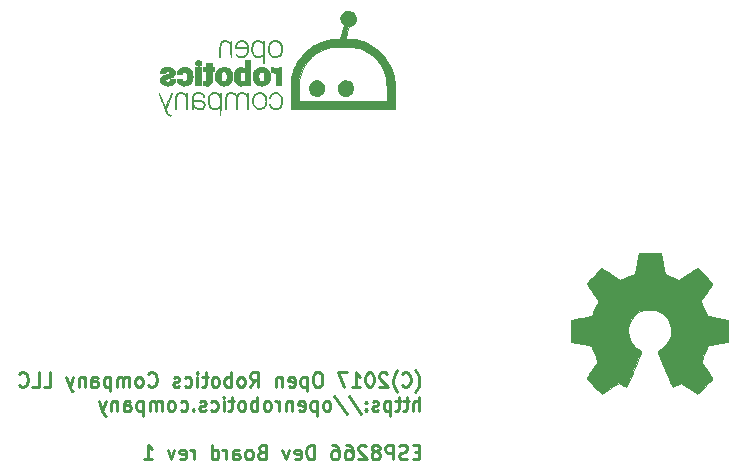
<source format=gbr>
G04 #@! TF.GenerationSoftware,KiCad,Pcbnew,(2016-12-16 revision f631ae2)-makepkg*
G04 #@! TF.CreationDate,2017-02-21T16:59:48-05:00*
G04 #@! TF.ProjectId,orc-esp1,6F72632D657370312E6B696361645F70,1*
G04 #@! TF.FileFunction,Legend,Bot*
G04 #@! TF.FilePolarity,Positive*
%FSLAX46Y46*%
G04 Gerber Fmt 4.6, Leading zero omitted, Abs format (unit mm)*
G04 Created by KiCad (PCBNEW (2016-12-16 revision f631ae2)-makepkg) date 02/21/17 16:59:48*
%MOMM*%
%LPD*%
G01*
G04 APERTURE LIST*
%ADD10C,0.100000*%
%ADD11C,0.250000*%
%ADD12C,0.010000*%
G04 APERTURE END LIST*
D10*
D11*
X141702928Y-113241000D02*
X141760071Y-113183857D01*
X141874357Y-113012428D01*
X141931500Y-112898142D01*
X141988642Y-112726714D01*
X142045785Y-112441000D01*
X142045785Y-112212428D01*
X141988642Y-111926714D01*
X141931500Y-111755285D01*
X141874357Y-111641000D01*
X141760071Y-111469571D01*
X141702928Y-111412428D01*
X140560071Y-112669571D02*
X140617214Y-112726714D01*
X140788642Y-112783857D01*
X140902928Y-112783857D01*
X141074357Y-112726714D01*
X141188642Y-112612428D01*
X141245785Y-112498142D01*
X141302928Y-112269571D01*
X141302928Y-112098142D01*
X141245785Y-111869571D01*
X141188642Y-111755285D01*
X141074357Y-111641000D01*
X140902928Y-111583857D01*
X140788642Y-111583857D01*
X140617214Y-111641000D01*
X140560071Y-111698142D01*
X140160071Y-113241000D02*
X140102928Y-113183857D01*
X139988642Y-113012428D01*
X139931500Y-112898142D01*
X139874357Y-112726714D01*
X139817214Y-112441000D01*
X139817214Y-112212428D01*
X139874357Y-111926714D01*
X139931500Y-111755285D01*
X139988642Y-111641000D01*
X140102928Y-111469571D01*
X140160071Y-111412428D01*
X139302928Y-111698142D02*
X139245785Y-111641000D01*
X139131500Y-111583857D01*
X138845785Y-111583857D01*
X138731500Y-111641000D01*
X138674357Y-111698142D01*
X138617214Y-111812428D01*
X138617214Y-111926714D01*
X138674357Y-112098142D01*
X139360071Y-112783857D01*
X138617214Y-112783857D01*
X137874357Y-111583857D02*
X137760071Y-111583857D01*
X137645785Y-111641000D01*
X137588642Y-111698142D01*
X137531500Y-111812428D01*
X137474357Y-112041000D01*
X137474357Y-112326714D01*
X137531500Y-112555285D01*
X137588642Y-112669571D01*
X137645785Y-112726714D01*
X137760071Y-112783857D01*
X137874357Y-112783857D01*
X137988642Y-112726714D01*
X138045785Y-112669571D01*
X138102928Y-112555285D01*
X138160071Y-112326714D01*
X138160071Y-112041000D01*
X138102928Y-111812428D01*
X138045785Y-111698142D01*
X137988642Y-111641000D01*
X137874357Y-111583857D01*
X136331500Y-112783857D02*
X137017214Y-112783857D01*
X136674357Y-112783857D02*
X136674357Y-111583857D01*
X136788642Y-111755285D01*
X136902928Y-111869571D01*
X137017214Y-111926714D01*
X135931500Y-111583857D02*
X135131500Y-111583857D01*
X135645785Y-112783857D01*
X133531500Y-111583857D02*
X133302928Y-111583857D01*
X133188642Y-111641000D01*
X133074357Y-111755285D01*
X133017214Y-111983857D01*
X133017214Y-112383857D01*
X133074357Y-112612428D01*
X133188642Y-112726714D01*
X133302928Y-112783857D01*
X133531500Y-112783857D01*
X133645785Y-112726714D01*
X133760071Y-112612428D01*
X133817214Y-112383857D01*
X133817214Y-111983857D01*
X133760071Y-111755285D01*
X133645785Y-111641000D01*
X133531500Y-111583857D01*
X132502928Y-111983857D02*
X132502928Y-113183857D01*
X132502928Y-112041000D02*
X132388642Y-111983857D01*
X132160071Y-111983857D01*
X132045785Y-112041000D01*
X131988642Y-112098142D01*
X131931500Y-112212428D01*
X131931500Y-112555285D01*
X131988642Y-112669571D01*
X132045785Y-112726714D01*
X132160071Y-112783857D01*
X132388642Y-112783857D01*
X132502928Y-112726714D01*
X130960071Y-112726714D02*
X131074357Y-112783857D01*
X131302928Y-112783857D01*
X131417214Y-112726714D01*
X131474357Y-112612428D01*
X131474357Y-112155285D01*
X131417214Y-112041000D01*
X131302928Y-111983857D01*
X131074357Y-111983857D01*
X130960071Y-112041000D01*
X130902928Y-112155285D01*
X130902928Y-112269571D01*
X131474357Y-112383857D01*
X130388642Y-111983857D02*
X130388642Y-112783857D01*
X130388642Y-112098142D02*
X130331500Y-112041000D01*
X130217214Y-111983857D01*
X130045785Y-111983857D01*
X129931500Y-112041000D01*
X129874357Y-112155285D01*
X129874357Y-112783857D01*
X127702928Y-112783857D02*
X128102928Y-112212428D01*
X128388642Y-112783857D02*
X128388642Y-111583857D01*
X127931500Y-111583857D01*
X127817214Y-111641000D01*
X127760071Y-111698142D01*
X127702928Y-111812428D01*
X127702928Y-111983857D01*
X127760071Y-112098142D01*
X127817214Y-112155285D01*
X127931500Y-112212428D01*
X128388642Y-112212428D01*
X127017214Y-112783857D02*
X127131500Y-112726714D01*
X127188642Y-112669571D01*
X127245785Y-112555285D01*
X127245785Y-112212428D01*
X127188642Y-112098142D01*
X127131500Y-112041000D01*
X127017214Y-111983857D01*
X126845785Y-111983857D01*
X126731500Y-112041000D01*
X126674357Y-112098142D01*
X126617214Y-112212428D01*
X126617214Y-112555285D01*
X126674357Y-112669571D01*
X126731500Y-112726714D01*
X126845785Y-112783857D01*
X127017214Y-112783857D01*
X126102928Y-112783857D02*
X126102928Y-111583857D01*
X126102928Y-112041000D02*
X125988642Y-111983857D01*
X125760071Y-111983857D01*
X125645785Y-112041000D01*
X125588642Y-112098142D01*
X125531500Y-112212428D01*
X125531500Y-112555285D01*
X125588642Y-112669571D01*
X125645785Y-112726714D01*
X125760071Y-112783857D01*
X125988642Y-112783857D01*
X126102928Y-112726714D01*
X124845785Y-112783857D02*
X124960071Y-112726714D01*
X125017214Y-112669571D01*
X125074357Y-112555285D01*
X125074357Y-112212428D01*
X125017214Y-112098142D01*
X124960071Y-112041000D01*
X124845785Y-111983857D01*
X124674357Y-111983857D01*
X124560071Y-112041000D01*
X124502928Y-112098142D01*
X124445785Y-112212428D01*
X124445785Y-112555285D01*
X124502928Y-112669571D01*
X124560071Y-112726714D01*
X124674357Y-112783857D01*
X124845785Y-112783857D01*
X124102928Y-111983857D02*
X123645785Y-111983857D01*
X123931500Y-111583857D02*
X123931500Y-112612428D01*
X123874357Y-112726714D01*
X123760071Y-112783857D01*
X123645785Y-112783857D01*
X123245785Y-112783857D02*
X123245785Y-111983857D01*
X123245785Y-111583857D02*
X123302928Y-111641000D01*
X123245785Y-111698142D01*
X123188642Y-111641000D01*
X123245785Y-111583857D01*
X123245785Y-111698142D01*
X122160071Y-112726714D02*
X122274357Y-112783857D01*
X122502928Y-112783857D01*
X122617214Y-112726714D01*
X122674357Y-112669571D01*
X122731500Y-112555285D01*
X122731500Y-112212428D01*
X122674357Y-112098142D01*
X122617214Y-112041000D01*
X122502928Y-111983857D01*
X122274357Y-111983857D01*
X122160071Y-112041000D01*
X121702928Y-112726714D02*
X121588642Y-112783857D01*
X121360071Y-112783857D01*
X121245785Y-112726714D01*
X121188642Y-112612428D01*
X121188642Y-112555285D01*
X121245785Y-112441000D01*
X121360071Y-112383857D01*
X121531500Y-112383857D01*
X121645785Y-112326714D01*
X121702928Y-112212428D01*
X121702928Y-112155285D01*
X121645785Y-112041000D01*
X121531500Y-111983857D01*
X121360071Y-111983857D01*
X121245785Y-112041000D01*
X119074357Y-112669571D02*
X119131500Y-112726714D01*
X119302928Y-112783857D01*
X119417214Y-112783857D01*
X119588642Y-112726714D01*
X119702928Y-112612428D01*
X119760071Y-112498142D01*
X119817214Y-112269571D01*
X119817214Y-112098142D01*
X119760071Y-111869571D01*
X119702928Y-111755285D01*
X119588642Y-111641000D01*
X119417214Y-111583857D01*
X119302928Y-111583857D01*
X119131500Y-111641000D01*
X119074357Y-111698142D01*
X118388642Y-112783857D02*
X118502928Y-112726714D01*
X118560071Y-112669571D01*
X118617214Y-112555285D01*
X118617214Y-112212428D01*
X118560071Y-112098142D01*
X118502928Y-112041000D01*
X118388642Y-111983857D01*
X118217214Y-111983857D01*
X118102928Y-112041000D01*
X118045785Y-112098142D01*
X117988642Y-112212428D01*
X117988642Y-112555285D01*
X118045785Y-112669571D01*
X118102928Y-112726714D01*
X118217214Y-112783857D01*
X118388642Y-112783857D01*
X117474357Y-112783857D02*
X117474357Y-111983857D01*
X117474357Y-112098142D02*
X117417214Y-112041000D01*
X117302928Y-111983857D01*
X117131500Y-111983857D01*
X117017214Y-112041000D01*
X116960071Y-112155285D01*
X116960071Y-112783857D01*
X116960071Y-112155285D02*
X116902928Y-112041000D01*
X116788642Y-111983857D01*
X116617214Y-111983857D01*
X116502928Y-112041000D01*
X116445785Y-112155285D01*
X116445785Y-112783857D01*
X115874357Y-111983857D02*
X115874357Y-113183857D01*
X115874357Y-112041000D02*
X115760071Y-111983857D01*
X115531500Y-111983857D01*
X115417214Y-112041000D01*
X115360071Y-112098142D01*
X115302928Y-112212428D01*
X115302928Y-112555285D01*
X115360071Y-112669571D01*
X115417214Y-112726714D01*
X115531500Y-112783857D01*
X115760071Y-112783857D01*
X115874357Y-112726714D01*
X114274357Y-112783857D02*
X114274357Y-112155285D01*
X114331500Y-112041000D01*
X114445785Y-111983857D01*
X114674357Y-111983857D01*
X114788642Y-112041000D01*
X114274357Y-112726714D02*
X114388642Y-112783857D01*
X114674357Y-112783857D01*
X114788642Y-112726714D01*
X114845785Y-112612428D01*
X114845785Y-112498142D01*
X114788642Y-112383857D01*
X114674357Y-112326714D01*
X114388642Y-112326714D01*
X114274357Y-112269571D01*
X113702928Y-111983857D02*
X113702928Y-112783857D01*
X113702928Y-112098142D02*
X113645785Y-112041000D01*
X113531500Y-111983857D01*
X113360071Y-111983857D01*
X113245785Y-112041000D01*
X113188642Y-112155285D01*
X113188642Y-112783857D01*
X112731500Y-111983857D02*
X112445785Y-112783857D01*
X112160071Y-111983857D02*
X112445785Y-112783857D01*
X112560071Y-113069571D01*
X112617214Y-113126714D01*
X112731500Y-113183857D01*
X110217214Y-112783857D02*
X110788642Y-112783857D01*
X110788642Y-111583857D01*
X109245785Y-112783857D02*
X109817214Y-112783857D01*
X109817214Y-111583857D01*
X108160071Y-112669571D02*
X108217214Y-112726714D01*
X108388642Y-112783857D01*
X108502928Y-112783857D01*
X108674357Y-112726714D01*
X108788642Y-112612428D01*
X108845785Y-112498142D01*
X108902928Y-112269571D01*
X108902928Y-112098142D01*
X108845785Y-111869571D01*
X108788642Y-111755285D01*
X108674357Y-111641000D01*
X108502928Y-111583857D01*
X108388642Y-111583857D01*
X108217214Y-111641000D01*
X108160071Y-111698142D01*
X142045785Y-114833857D02*
X142045785Y-113633857D01*
X141531500Y-114833857D02*
X141531500Y-114205285D01*
X141588642Y-114091000D01*
X141702928Y-114033857D01*
X141874357Y-114033857D01*
X141988642Y-114091000D01*
X142045785Y-114148142D01*
X141131500Y-114033857D02*
X140674357Y-114033857D01*
X140960071Y-113633857D02*
X140960071Y-114662428D01*
X140902928Y-114776714D01*
X140788642Y-114833857D01*
X140674357Y-114833857D01*
X140445785Y-114033857D02*
X139988642Y-114033857D01*
X140274357Y-113633857D02*
X140274357Y-114662428D01*
X140217214Y-114776714D01*
X140102928Y-114833857D01*
X139988642Y-114833857D01*
X139588642Y-114033857D02*
X139588642Y-115233857D01*
X139588642Y-114091000D02*
X139474357Y-114033857D01*
X139245785Y-114033857D01*
X139131500Y-114091000D01*
X139074357Y-114148142D01*
X139017214Y-114262428D01*
X139017214Y-114605285D01*
X139074357Y-114719571D01*
X139131500Y-114776714D01*
X139245785Y-114833857D01*
X139474357Y-114833857D01*
X139588642Y-114776714D01*
X138560071Y-114776714D02*
X138445785Y-114833857D01*
X138217214Y-114833857D01*
X138102928Y-114776714D01*
X138045785Y-114662428D01*
X138045785Y-114605285D01*
X138102928Y-114491000D01*
X138217214Y-114433857D01*
X138388642Y-114433857D01*
X138502928Y-114376714D01*
X138560071Y-114262428D01*
X138560071Y-114205285D01*
X138502928Y-114091000D01*
X138388642Y-114033857D01*
X138217214Y-114033857D01*
X138102928Y-114091000D01*
X137531500Y-114719571D02*
X137474357Y-114776714D01*
X137531500Y-114833857D01*
X137588642Y-114776714D01*
X137531500Y-114719571D01*
X137531500Y-114833857D01*
X137531500Y-114091000D02*
X137474357Y-114148142D01*
X137531500Y-114205285D01*
X137588642Y-114148142D01*
X137531500Y-114091000D01*
X137531500Y-114205285D01*
X136102928Y-113576714D02*
X137131500Y-115119571D01*
X134845785Y-113576714D02*
X135874357Y-115119571D01*
X134274357Y-114833857D02*
X134388642Y-114776714D01*
X134445785Y-114719571D01*
X134502928Y-114605285D01*
X134502928Y-114262428D01*
X134445785Y-114148142D01*
X134388642Y-114091000D01*
X134274357Y-114033857D01*
X134102928Y-114033857D01*
X133988642Y-114091000D01*
X133931500Y-114148142D01*
X133874357Y-114262428D01*
X133874357Y-114605285D01*
X133931500Y-114719571D01*
X133988642Y-114776714D01*
X134102928Y-114833857D01*
X134274357Y-114833857D01*
X133360071Y-114033857D02*
X133360071Y-115233857D01*
X133360071Y-114091000D02*
X133245785Y-114033857D01*
X133017214Y-114033857D01*
X132902928Y-114091000D01*
X132845785Y-114148142D01*
X132788642Y-114262428D01*
X132788642Y-114605285D01*
X132845785Y-114719571D01*
X132902928Y-114776714D01*
X133017214Y-114833857D01*
X133245785Y-114833857D01*
X133360071Y-114776714D01*
X131817214Y-114776714D02*
X131931500Y-114833857D01*
X132160071Y-114833857D01*
X132274357Y-114776714D01*
X132331500Y-114662428D01*
X132331500Y-114205285D01*
X132274357Y-114091000D01*
X132160071Y-114033857D01*
X131931500Y-114033857D01*
X131817214Y-114091000D01*
X131760071Y-114205285D01*
X131760071Y-114319571D01*
X132331500Y-114433857D01*
X131245785Y-114033857D02*
X131245785Y-114833857D01*
X131245785Y-114148142D02*
X131188642Y-114091000D01*
X131074357Y-114033857D01*
X130902928Y-114033857D01*
X130788642Y-114091000D01*
X130731500Y-114205285D01*
X130731500Y-114833857D01*
X130160071Y-114833857D02*
X130160071Y-114033857D01*
X130160071Y-114262428D02*
X130102928Y-114148142D01*
X130045785Y-114091000D01*
X129931500Y-114033857D01*
X129817214Y-114033857D01*
X129245785Y-114833857D02*
X129360071Y-114776714D01*
X129417214Y-114719571D01*
X129474357Y-114605285D01*
X129474357Y-114262428D01*
X129417214Y-114148142D01*
X129360071Y-114091000D01*
X129245785Y-114033857D01*
X129074357Y-114033857D01*
X128960071Y-114091000D01*
X128902928Y-114148142D01*
X128845785Y-114262428D01*
X128845785Y-114605285D01*
X128902928Y-114719571D01*
X128960071Y-114776714D01*
X129074357Y-114833857D01*
X129245785Y-114833857D01*
X128331500Y-114833857D02*
X128331500Y-113633857D01*
X128331500Y-114091000D02*
X128217214Y-114033857D01*
X127988642Y-114033857D01*
X127874357Y-114091000D01*
X127817214Y-114148142D01*
X127760071Y-114262428D01*
X127760071Y-114605285D01*
X127817214Y-114719571D01*
X127874357Y-114776714D01*
X127988642Y-114833857D01*
X128217214Y-114833857D01*
X128331500Y-114776714D01*
X127074357Y-114833857D02*
X127188642Y-114776714D01*
X127245785Y-114719571D01*
X127302928Y-114605285D01*
X127302928Y-114262428D01*
X127245785Y-114148142D01*
X127188642Y-114091000D01*
X127074357Y-114033857D01*
X126902928Y-114033857D01*
X126788642Y-114091000D01*
X126731500Y-114148142D01*
X126674357Y-114262428D01*
X126674357Y-114605285D01*
X126731500Y-114719571D01*
X126788642Y-114776714D01*
X126902928Y-114833857D01*
X127074357Y-114833857D01*
X126331500Y-114033857D02*
X125874357Y-114033857D01*
X126160071Y-113633857D02*
X126160071Y-114662428D01*
X126102928Y-114776714D01*
X125988642Y-114833857D01*
X125874357Y-114833857D01*
X125474357Y-114833857D02*
X125474357Y-114033857D01*
X125474357Y-113633857D02*
X125531500Y-113691000D01*
X125474357Y-113748142D01*
X125417214Y-113691000D01*
X125474357Y-113633857D01*
X125474357Y-113748142D01*
X124388642Y-114776714D02*
X124502928Y-114833857D01*
X124731500Y-114833857D01*
X124845785Y-114776714D01*
X124902928Y-114719571D01*
X124960071Y-114605285D01*
X124960071Y-114262428D01*
X124902928Y-114148142D01*
X124845785Y-114091000D01*
X124731500Y-114033857D01*
X124502928Y-114033857D01*
X124388642Y-114091000D01*
X123931500Y-114776714D02*
X123817214Y-114833857D01*
X123588642Y-114833857D01*
X123474357Y-114776714D01*
X123417214Y-114662428D01*
X123417214Y-114605285D01*
X123474357Y-114491000D01*
X123588642Y-114433857D01*
X123760071Y-114433857D01*
X123874357Y-114376714D01*
X123931500Y-114262428D01*
X123931500Y-114205285D01*
X123874357Y-114091000D01*
X123760071Y-114033857D01*
X123588642Y-114033857D01*
X123474357Y-114091000D01*
X122902928Y-114719571D02*
X122845785Y-114776714D01*
X122902928Y-114833857D01*
X122960071Y-114776714D01*
X122902928Y-114719571D01*
X122902928Y-114833857D01*
X121817214Y-114776714D02*
X121931500Y-114833857D01*
X122160071Y-114833857D01*
X122274357Y-114776714D01*
X122331500Y-114719571D01*
X122388642Y-114605285D01*
X122388642Y-114262428D01*
X122331500Y-114148142D01*
X122274357Y-114091000D01*
X122160071Y-114033857D01*
X121931500Y-114033857D01*
X121817214Y-114091000D01*
X121131500Y-114833857D02*
X121245785Y-114776714D01*
X121302928Y-114719571D01*
X121360071Y-114605285D01*
X121360071Y-114262428D01*
X121302928Y-114148142D01*
X121245785Y-114091000D01*
X121131500Y-114033857D01*
X120960071Y-114033857D01*
X120845785Y-114091000D01*
X120788642Y-114148142D01*
X120731500Y-114262428D01*
X120731500Y-114605285D01*
X120788642Y-114719571D01*
X120845785Y-114776714D01*
X120960071Y-114833857D01*
X121131500Y-114833857D01*
X120217214Y-114833857D02*
X120217214Y-114033857D01*
X120217214Y-114148142D02*
X120160071Y-114091000D01*
X120045785Y-114033857D01*
X119874357Y-114033857D01*
X119760071Y-114091000D01*
X119702928Y-114205285D01*
X119702928Y-114833857D01*
X119702928Y-114205285D02*
X119645785Y-114091000D01*
X119531500Y-114033857D01*
X119360071Y-114033857D01*
X119245785Y-114091000D01*
X119188642Y-114205285D01*
X119188642Y-114833857D01*
X118617214Y-114033857D02*
X118617214Y-115233857D01*
X118617214Y-114091000D02*
X118502928Y-114033857D01*
X118274357Y-114033857D01*
X118160071Y-114091000D01*
X118102928Y-114148142D01*
X118045785Y-114262428D01*
X118045785Y-114605285D01*
X118102928Y-114719571D01*
X118160071Y-114776714D01*
X118274357Y-114833857D01*
X118502928Y-114833857D01*
X118617214Y-114776714D01*
X117017214Y-114833857D02*
X117017214Y-114205285D01*
X117074357Y-114091000D01*
X117188642Y-114033857D01*
X117417214Y-114033857D01*
X117531500Y-114091000D01*
X117017214Y-114776714D02*
X117131500Y-114833857D01*
X117417214Y-114833857D01*
X117531500Y-114776714D01*
X117588642Y-114662428D01*
X117588642Y-114548142D01*
X117531500Y-114433857D01*
X117417214Y-114376714D01*
X117131500Y-114376714D01*
X117017214Y-114319571D01*
X116445785Y-114033857D02*
X116445785Y-114833857D01*
X116445785Y-114148142D02*
X116388642Y-114091000D01*
X116274357Y-114033857D01*
X116102928Y-114033857D01*
X115988642Y-114091000D01*
X115931500Y-114205285D01*
X115931500Y-114833857D01*
X115474357Y-114033857D02*
X115188642Y-114833857D01*
X114902928Y-114033857D02*
X115188642Y-114833857D01*
X115302928Y-115119571D01*
X115360071Y-115176714D01*
X115474357Y-115233857D01*
X142045785Y-118305285D02*
X141645785Y-118305285D01*
X141474357Y-118933857D02*
X142045785Y-118933857D01*
X142045785Y-117733857D01*
X141474357Y-117733857D01*
X141017214Y-118876714D02*
X140845785Y-118933857D01*
X140560071Y-118933857D01*
X140445785Y-118876714D01*
X140388642Y-118819571D01*
X140331500Y-118705285D01*
X140331500Y-118591000D01*
X140388642Y-118476714D01*
X140445785Y-118419571D01*
X140560071Y-118362428D01*
X140788642Y-118305285D01*
X140902928Y-118248142D01*
X140960071Y-118191000D01*
X141017214Y-118076714D01*
X141017214Y-117962428D01*
X140960071Y-117848142D01*
X140902928Y-117791000D01*
X140788642Y-117733857D01*
X140502928Y-117733857D01*
X140331500Y-117791000D01*
X139817214Y-118933857D02*
X139817214Y-117733857D01*
X139360071Y-117733857D01*
X139245785Y-117791000D01*
X139188642Y-117848142D01*
X139131500Y-117962428D01*
X139131500Y-118133857D01*
X139188642Y-118248142D01*
X139245785Y-118305285D01*
X139360071Y-118362428D01*
X139817214Y-118362428D01*
X138445785Y-118248142D02*
X138560071Y-118191000D01*
X138617214Y-118133857D01*
X138674357Y-118019571D01*
X138674357Y-117962428D01*
X138617214Y-117848142D01*
X138560071Y-117791000D01*
X138445785Y-117733857D01*
X138217214Y-117733857D01*
X138102928Y-117791000D01*
X138045785Y-117848142D01*
X137988642Y-117962428D01*
X137988642Y-118019571D01*
X138045785Y-118133857D01*
X138102928Y-118191000D01*
X138217214Y-118248142D01*
X138445785Y-118248142D01*
X138560071Y-118305285D01*
X138617214Y-118362428D01*
X138674357Y-118476714D01*
X138674357Y-118705285D01*
X138617214Y-118819571D01*
X138560071Y-118876714D01*
X138445785Y-118933857D01*
X138217214Y-118933857D01*
X138102928Y-118876714D01*
X138045785Y-118819571D01*
X137988642Y-118705285D01*
X137988642Y-118476714D01*
X138045785Y-118362428D01*
X138102928Y-118305285D01*
X138217214Y-118248142D01*
X137531500Y-117848142D02*
X137474357Y-117791000D01*
X137360071Y-117733857D01*
X137074357Y-117733857D01*
X136960071Y-117791000D01*
X136902928Y-117848142D01*
X136845785Y-117962428D01*
X136845785Y-118076714D01*
X136902928Y-118248142D01*
X137588642Y-118933857D01*
X136845785Y-118933857D01*
X135817214Y-117733857D02*
X136045785Y-117733857D01*
X136160071Y-117791000D01*
X136217214Y-117848142D01*
X136331500Y-118019571D01*
X136388642Y-118248142D01*
X136388642Y-118705285D01*
X136331500Y-118819571D01*
X136274357Y-118876714D01*
X136160071Y-118933857D01*
X135931500Y-118933857D01*
X135817214Y-118876714D01*
X135760071Y-118819571D01*
X135702928Y-118705285D01*
X135702928Y-118419571D01*
X135760071Y-118305285D01*
X135817214Y-118248142D01*
X135931500Y-118191000D01*
X136160071Y-118191000D01*
X136274357Y-118248142D01*
X136331500Y-118305285D01*
X136388642Y-118419571D01*
X134674357Y-117733857D02*
X134902928Y-117733857D01*
X135017214Y-117791000D01*
X135074357Y-117848142D01*
X135188642Y-118019571D01*
X135245785Y-118248142D01*
X135245785Y-118705285D01*
X135188642Y-118819571D01*
X135131500Y-118876714D01*
X135017214Y-118933857D01*
X134788642Y-118933857D01*
X134674357Y-118876714D01*
X134617214Y-118819571D01*
X134560071Y-118705285D01*
X134560071Y-118419571D01*
X134617214Y-118305285D01*
X134674357Y-118248142D01*
X134788642Y-118191000D01*
X135017214Y-118191000D01*
X135131500Y-118248142D01*
X135188642Y-118305285D01*
X135245785Y-118419571D01*
X133131500Y-118933857D02*
X133131500Y-117733857D01*
X132845785Y-117733857D01*
X132674357Y-117791000D01*
X132560071Y-117905285D01*
X132502928Y-118019571D01*
X132445785Y-118248142D01*
X132445785Y-118419571D01*
X132502928Y-118648142D01*
X132560071Y-118762428D01*
X132674357Y-118876714D01*
X132845785Y-118933857D01*
X133131500Y-118933857D01*
X131474357Y-118876714D02*
X131588642Y-118933857D01*
X131817214Y-118933857D01*
X131931500Y-118876714D01*
X131988642Y-118762428D01*
X131988642Y-118305285D01*
X131931500Y-118191000D01*
X131817214Y-118133857D01*
X131588642Y-118133857D01*
X131474357Y-118191000D01*
X131417214Y-118305285D01*
X131417214Y-118419571D01*
X131988642Y-118533857D01*
X131017214Y-118133857D02*
X130731500Y-118933857D01*
X130445785Y-118133857D01*
X128674357Y-118305285D02*
X128502928Y-118362428D01*
X128445785Y-118419571D01*
X128388642Y-118533857D01*
X128388642Y-118705285D01*
X128445785Y-118819571D01*
X128502928Y-118876714D01*
X128617214Y-118933857D01*
X129074357Y-118933857D01*
X129074357Y-117733857D01*
X128674357Y-117733857D01*
X128560071Y-117791000D01*
X128502928Y-117848142D01*
X128445785Y-117962428D01*
X128445785Y-118076714D01*
X128502928Y-118191000D01*
X128560071Y-118248142D01*
X128674357Y-118305285D01*
X129074357Y-118305285D01*
X127702928Y-118933857D02*
X127817214Y-118876714D01*
X127874357Y-118819571D01*
X127931500Y-118705285D01*
X127931500Y-118362428D01*
X127874357Y-118248142D01*
X127817214Y-118191000D01*
X127702928Y-118133857D01*
X127531500Y-118133857D01*
X127417214Y-118191000D01*
X127360071Y-118248142D01*
X127302928Y-118362428D01*
X127302928Y-118705285D01*
X127360071Y-118819571D01*
X127417214Y-118876714D01*
X127531500Y-118933857D01*
X127702928Y-118933857D01*
X126274357Y-118933857D02*
X126274357Y-118305285D01*
X126331500Y-118191000D01*
X126445785Y-118133857D01*
X126674357Y-118133857D01*
X126788642Y-118191000D01*
X126274357Y-118876714D02*
X126388642Y-118933857D01*
X126674357Y-118933857D01*
X126788642Y-118876714D01*
X126845785Y-118762428D01*
X126845785Y-118648142D01*
X126788642Y-118533857D01*
X126674357Y-118476714D01*
X126388642Y-118476714D01*
X126274357Y-118419571D01*
X125702928Y-118933857D02*
X125702928Y-118133857D01*
X125702928Y-118362428D02*
X125645785Y-118248142D01*
X125588642Y-118191000D01*
X125474357Y-118133857D01*
X125360071Y-118133857D01*
X124445785Y-118933857D02*
X124445785Y-117733857D01*
X124445785Y-118876714D02*
X124560071Y-118933857D01*
X124788642Y-118933857D01*
X124902928Y-118876714D01*
X124960071Y-118819571D01*
X125017214Y-118705285D01*
X125017214Y-118362428D01*
X124960071Y-118248142D01*
X124902928Y-118191000D01*
X124788642Y-118133857D01*
X124560071Y-118133857D01*
X124445785Y-118191000D01*
X122960071Y-118933857D02*
X122960071Y-118133857D01*
X122960071Y-118362428D02*
X122902928Y-118248142D01*
X122845785Y-118191000D01*
X122731500Y-118133857D01*
X122617214Y-118133857D01*
X121760071Y-118876714D02*
X121874357Y-118933857D01*
X122102928Y-118933857D01*
X122217214Y-118876714D01*
X122274357Y-118762428D01*
X122274357Y-118305285D01*
X122217214Y-118191000D01*
X122102928Y-118133857D01*
X121874357Y-118133857D01*
X121760071Y-118191000D01*
X121702928Y-118305285D01*
X121702928Y-118419571D01*
X122274357Y-118533857D01*
X121302928Y-118133857D02*
X121017214Y-118933857D01*
X120731500Y-118133857D01*
X118731500Y-118933857D02*
X119417214Y-118933857D01*
X119074357Y-118933857D02*
X119074357Y-117733857D01*
X119188642Y-117905285D01*
X119302928Y-118019571D01*
X119417214Y-118076714D01*
D12*
G36*
X121039490Y-87886318D02*
X121023394Y-87894228D01*
X121017671Y-87907195D01*
X121004013Y-87939966D01*
X120983223Y-87990560D01*
X120956108Y-88056999D01*
X120923472Y-88137301D01*
X120886120Y-88229487D01*
X120844858Y-88331578D01*
X120800490Y-88441591D01*
X120764601Y-88530742D01*
X120710378Y-88665285D01*
X120664124Y-88779415D01*
X120625212Y-88874562D01*
X120593017Y-88952153D01*
X120566913Y-89013618D01*
X120546274Y-89060386D01*
X120530475Y-89093886D01*
X120518888Y-89115546D01*
X120510889Y-89126796D01*
X120505851Y-89129064D01*
X120503784Y-89126167D01*
X120497809Y-89110119D01*
X120484235Y-89074253D01*
X120463864Y-89020672D01*
X120437496Y-88951476D01*
X120405934Y-88868765D01*
X120369978Y-88774641D01*
X120330431Y-88671204D01*
X120288094Y-88560555D01*
X120262405Y-88493459D01*
X120030954Y-87889051D01*
X119992970Y-87885374D01*
X119967183Y-87885907D01*
X119955109Y-87892126D01*
X119954985Y-87893030D01*
X119959088Y-87906194D01*
X119970879Y-87939210D01*
X119989575Y-87990038D01*
X120014399Y-88056640D01*
X120044568Y-88136975D01*
X120079303Y-88229005D01*
X120117824Y-88330688D01*
X120159351Y-88439987D01*
X120203103Y-88554861D01*
X120248300Y-88673271D01*
X120294162Y-88793177D01*
X120339909Y-88912540D01*
X120384760Y-89029320D01*
X120427935Y-89141477D01*
X120468655Y-89246972D01*
X120506138Y-89343766D01*
X120539605Y-89429819D01*
X120568275Y-89503091D01*
X120591369Y-89561543D01*
X120608106Y-89603135D01*
X120617705Y-89625828D01*
X120618469Y-89627450D01*
X120659326Y-89691685D01*
X120713426Y-89748241D01*
X120774629Y-89791579D01*
X120824135Y-89812881D01*
X120882304Y-89825033D01*
X120944085Y-89829754D01*
X120998690Y-89826453D01*
X121014165Y-89823280D01*
X121030989Y-89807610D01*
X121034703Y-89784909D01*
X121034703Y-89751906D01*
X120949616Y-89752385D01*
X120886708Y-89748810D01*
X120832735Y-89735941D01*
X120785723Y-89711713D01*
X120743694Y-89674059D01*
X120704673Y-89620914D01*
X120666684Y-89550211D01*
X120627750Y-89459885D01*
X120599954Y-89386819D01*
X120553878Y-89261090D01*
X121102988Y-87889051D01*
X121067142Y-87885247D01*
X121039490Y-87886318D01*
X121039490Y-87886318D01*
G37*
X121039490Y-87886318D02*
X121023394Y-87894228D01*
X121017671Y-87907195D01*
X121004013Y-87939966D01*
X120983223Y-87990560D01*
X120956108Y-88056999D01*
X120923472Y-88137301D01*
X120886120Y-88229487D01*
X120844858Y-88331578D01*
X120800490Y-88441591D01*
X120764601Y-88530742D01*
X120710378Y-88665285D01*
X120664124Y-88779415D01*
X120625212Y-88874562D01*
X120593017Y-88952153D01*
X120566913Y-89013618D01*
X120546274Y-89060386D01*
X120530475Y-89093886D01*
X120518888Y-89115546D01*
X120510889Y-89126796D01*
X120505851Y-89129064D01*
X120503784Y-89126167D01*
X120497809Y-89110119D01*
X120484235Y-89074253D01*
X120463864Y-89020672D01*
X120437496Y-88951476D01*
X120405934Y-88868765D01*
X120369978Y-88774641D01*
X120330431Y-88671204D01*
X120288094Y-88560555D01*
X120262405Y-88493459D01*
X120030954Y-87889051D01*
X119992970Y-87885374D01*
X119967183Y-87885907D01*
X119955109Y-87892126D01*
X119954985Y-87893030D01*
X119959088Y-87906194D01*
X119970879Y-87939210D01*
X119989575Y-87990038D01*
X120014399Y-88056640D01*
X120044568Y-88136975D01*
X120079303Y-88229005D01*
X120117824Y-88330688D01*
X120159351Y-88439987D01*
X120203103Y-88554861D01*
X120248300Y-88673271D01*
X120294162Y-88793177D01*
X120339909Y-88912540D01*
X120384760Y-89029320D01*
X120427935Y-89141477D01*
X120468655Y-89246972D01*
X120506138Y-89343766D01*
X120539605Y-89429819D01*
X120568275Y-89503091D01*
X120591369Y-89561543D01*
X120608106Y-89603135D01*
X120617705Y-89625828D01*
X120618469Y-89627450D01*
X120659326Y-89691685D01*
X120713426Y-89748241D01*
X120774629Y-89791579D01*
X120824135Y-89812881D01*
X120882304Y-89825033D01*
X120944085Y-89829754D01*
X120998690Y-89826453D01*
X121014165Y-89823280D01*
X121030989Y-89807610D01*
X121034703Y-89784909D01*
X121034703Y-89751906D01*
X120949616Y-89752385D01*
X120886708Y-89748810D01*
X120832735Y-89735941D01*
X120785723Y-89711713D01*
X120743694Y-89674059D01*
X120704673Y-89620914D01*
X120666684Y-89550211D01*
X120627750Y-89459885D01*
X120599954Y-89386819D01*
X120553878Y-89261090D01*
X121102988Y-87889051D01*
X121067142Y-87885247D01*
X121039490Y-87886318D01*
G36*
X124593501Y-87866168D02*
X124549023Y-87868033D01*
X124515681Y-87872375D01*
X124487310Y-87880128D01*
X124457747Y-87892225D01*
X124446271Y-87897521D01*
X124364242Y-87948677D01*
X124291989Y-88019882D01*
X124230905Y-88109265D01*
X124182378Y-88214951D01*
X124160747Y-88282210D01*
X124150788Y-88333877D01*
X124143616Y-88403018D01*
X124139243Y-88483801D01*
X124137681Y-88570390D01*
X124138942Y-88656954D01*
X124143039Y-88737658D01*
X124149984Y-88806669D01*
X124159550Y-88857277D01*
X124199069Y-88970436D01*
X124251928Y-89070005D01*
X124316383Y-89153586D01*
X124390688Y-89218780D01*
X124446609Y-89251705D01*
X124483573Y-89267750D01*
X124519150Y-89278209D01*
X124560968Y-89284607D01*
X124616656Y-89288472D01*
X124634189Y-89289243D01*
X124751996Y-89285497D01*
X124856367Y-89263460D01*
X124949577Y-89222283D01*
X125033898Y-89161117D01*
X125069985Y-89126391D01*
X125118508Y-89075893D01*
X125121614Y-89438961D01*
X125124721Y-89802030D01*
X125154501Y-89805503D01*
X125180136Y-89805189D01*
X125192643Y-89800613D01*
X125193935Y-89787852D01*
X125195167Y-89753382D01*
X125196322Y-89698966D01*
X125197386Y-89626365D01*
X125198342Y-89537342D01*
X125199176Y-89433661D01*
X125199873Y-89317084D01*
X125200416Y-89189373D01*
X125200792Y-89052291D01*
X125200983Y-88907600D01*
X125201006Y-88837716D01*
X125201006Y-88602887D01*
X125118853Y-88602887D01*
X125118853Y-88948490D01*
X125071327Y-89019662D01*
X125007275Y-89095249D01*
X124952629Y-89138360D01*
X124916961Y-89161607D01*
X124889107Y-89178701D01*
X124874551Y-89186293D01*
X124873992Y-89186404D01*
X124859321Y-89189712D01*
X124829905Y-89197615D01*
X124807847Y-89203871D01*
X124753075Y-89213910D01*
X124682189Y-89217967D01*
X124642885Y-89217580D01*
X124584830Y-89214508D01*
X124541560Y-89208270D01*
X124504432Y-89197087D01*
X124470828Y-89182160D01*
X124398543Y-89135742D01*
X124338069Y-89072350D01*
X124288369Y-88990503D01*
X124248406Y-88888721D01*
X124236320Y-88847349D01*
X124223854Y-88783579D01*
X124215326Y-88703550D01*
X124210813Y-88614140D01*
X124210388Y-88522229D01*
X124214128Y-88434692D01*
X124222109Y-88358410D01*
X124230481Y-88314484D01*
X124267122Y-88201772D01*
X124316483Y-88108311D01*
X124378296Y-88034357D01*
X124452298Y-87980167D01*
X124538224Y-87945996D01*
X124624604Y-87932624D01*
X124734901Y-87936522D01*
X124835549Y-87960891D01*
X124924980Y-88004844D01*
X125001625Y-88067492D01*
X125063914Y-88147948D01*
X125089842Y-88195959D01*
X125098156Y-88214032D01*
X125104708Y-88231045D01*
X125109706Y-88249941D01*
X125113362Y-88273668D01*
X125115886Y-88305170D01*
X125117486Y-88347393D01*
X125118374Y-88403283D01*
X125118759Y-88475785D01*
X125118851Y-88567846D01*
X125118853Y-88602887D01*
X125201006Y-88602887D01*
X125201006Y-87883183D01*
X125118853Y-87883183D01*
X125118853Y-88109690D01*
X125083935Y-88061487D01*
X125030833Y-88002378D01*
X124963033Y-87947805D01*
X124889217Y-87904405D01*
X124863618Y-87893103D01*
X124829631Y-87880960D01*
X124795995Y-87872999D01*
X124756316Y-87868384D01*
X124704197Y-87866278D01*
X124655279Y-87865844D01*
X124593501Y-87866168D01*
X124593501Y-87866168D01*
G37*
X124593501Y-87866168D02*
X124549023Y-87868033D01*
X124515681Y-87872375D01*
X124487310Y-87880128D01*
X124457747Y-87892225D01*
X124446271Y-87897521D01*
X124364242Y-87948677D01*
X124291989Y-88019882D01*
X124230905Y-88109265D01*
X124182378Y-88214951D01*
X124160747Y-88282210D01*
X124150788Y-88333877D01*
X124143616Y-88403018D01*
X124139243Y-88483801D01*
X124137681Y-88570390D01*
X124138942Y-88656954D01*
X124143039Y-88737658D01*
X124149984Y-88806669D01*
X124159550Y-88857277D01*
X124199069Y-88970436D01*
X124251928Y-89070005D01*
X124316383Y-89153586D01*
X124390688Y-89218780D01*
X124446609Y-89251705D01*
X124483573Y-89267750D01*
X124519150Y-89278209D01*
X124560968Y-89284607D01*
X124616656Y-89288472D01*
X124634189Y-89289243D01*
X124751996Y-89285497D01*
X124856367Y-89263460D01*
X124949577Y-89222283D01*
X125033898Y-89161117D01*
X125069985Y-89126391D01*
X125118508Y-89075893D01*
X125121614Y-89438961D01*
X125124721Y-89802030D01*
X125154501Y-89805503D01*
X125180136Y-89805189D01*
X125192643Y-89800613D01*
X125193935Y-89787852D01*
X125195167Y-89753382D01*
X125196322Y-89698966D01*
X125197386Y-89626365D01*
X125198342Y-89537342D01*
X125199176Y-89433661D01*
X125199873Y-89317084D01*
X125200416Y-89189373D01*
X125200792Y-89052291D01*
X125200983Y-88907600D01*
X125201006Y-88837716D01*
X125201006Y-88602887D01*
X125118853Y-88602887D01*
X125118853Y-88948490D01*
X125071327Y-89019662D01*
X125007275Y-89095249D01*
X124952629Y-89138360D01*
X124916961Y-89161607D01*
X124889107Y-89178701D01*
X124874551Y-89186293D01*
X124873992Y-89186404D01*
X124859321Y-89189712D01*
X124829905Y-89197615D01*
X124807847Y-89203871D01*
X124753075Y-89213910D01*
X124682189Y-89217967D01*
X124642885Y-89217580D01*
X124584830Y-89214508D01*
X124541560Y-89208270D01*
X124504432Y-89197087D01*
X124470828Y-89182160D01*
X124398543Y-89135742D01*
X124338069Y-89072350D01*
X124288369Y-88990503D01*
X124248406Y-88888721D01*
X124236320Y-88847349D01*
X124223854Y-88783579D01*
X124215326Y-88703550D01*
X124210813Y-88614140D01*
X124210388Y-88522229D01*
X124214128Y-88434692D01*
X124222109Y-88358410D01*
X124230481Y-88314484D01*
X124267122Y-88201772D01*
X124316483Y-88108311D01*
X124378296Y-88034357D01*
X124452298Y-87980167D01*
X124538224Y-87945996D01*
X124624604Y-87932624D01*
X124734901Y-87936522D01*
X124835549Y-87960891D01*
X124924980Y-88004844D01*
X125001625Y-88067492D01*
X125063914Y-88147948D01*
X125089842Y-88195959D01*
X125098156Y-88214032D01*
X125104708Y-88231045D01*
X125109706Y-88249941D01*
X125113362Y-88273668D01*
X125115886Y-88305170D01*
X125117486Y-88347393D01*
X125118374Y-88403283D01*
X125118759Y-88475785D01*
X125118851Y-88567846D01*
X125118853Y-88602887D01*
X125201006Y-88602887D01*
X125201006Y-87883183D01*
X125118853Y-87883183D01*
X125118853Y-88109690D01*
X125083935Y-88061487D01*
X125030833Y-88002378D01*
X124963033Y-87947805D01*
X124889217Y-87904405D01*
X124863618Y-87893103D01*
X124829631Y-87880960D01*
X124795995Y-87872999D01*
X124756316Y-87868384D01*
X124704197Y-87866278D01*
X124655279Y-87865844D01*
X124593501Y-87866168D01*
G36*
X129736538Y-87869479D02*
X129633435Y-87897817D01*
X129542581Y-87943279D01*
X129465770Y-88004417D01*
X129404796Y-88079786D01*
X129361455Y-88167938D01*
X129337540Y-88267427D01*
X129336787Y-88273512D01*
X129328868Y-88340890D01*
X129364360Y-88340890D01*
X129386017Y-88339098D01*
X129397775Y-88329634D01*
X129404394Y-88306361D01*
X129407612Y-88285143D01*
X129424100Y-88220326D01*
X129453736Y-88152014D01*
X129491866Y-88089235D01*
X129533252Y-88041535D01*
X129605338Y-87988645D01*
X129686087Y-87953880D01*
X129779820Y-87935559D01*
X129812522Y-87932937D01*
X129923385Y-87936428D01*
X130022279Y-87960051D01*
X130108889Y-88003564D01*
X130182900Y-88066724D01*
X130243995Y-88149288D01*
X130291859Y-88251014D01*
X130313276Y-88318122D01*
X130323701Y-88372720D01*
X130330861Y-88443872D01*
X130334735Y-88525138D01*
X130335302Y-88610080D01*
X130332543Y-88692261D01*
X130326436Y-88765242D01*
X130316961Y-88822586D01*
X130314912Y-88830690D01*
X130275985Y-88937876D01*
X130222018Y-89030857D01*
X130154685Y-89107463D01*
X130075657Y-89165521D01*
X130044742Y-89181429D01*
X130009851Y-89196564D01*
X129979556Y-89206318D01*
X129946959Y-89211821D01*
X129905162Y-89214206D01*
X129847268Y-89214603D01*
X129842619Y-89214586D01*
X129777916Y-89213346D01*
X129729670Y-89209588D01*
X129690917Y-89202366D01*
X129654695Y-89190733D01*
X129648043Y-89188152D01*
X129563676Y-89143156D01*
X129495533Y-89082230D01*
X129445221Y-89007257D01*
X129414343Y-88920121D01*
X129412616Y-88911963D01*
X129404187Y-88874467D01*
X129395633Y-88854595D01*
X129383039Y-88846803D01*
X129365688Y-88845541D01*
X129341465Y-88848878D01*
X129332870Y-88863833D01*
X129332100Y-88878911D01*
X129338274Y-88922317D01*
X129354645Y-88976423D01*
X129377990Y-89032675D01*
X129405081Y-89082518D01*
X129413636Y-89095191D01*
X129475246Y-89162773D01*
X129552990Y-89219776D01*
X129640414Y-89262008D01*
X129696414Y-89278881D01*
X129753007Y-89287395D01*
X129820883Y-89290854D01*
X129891865Y-89289472D01*
X129957773Y-89283466D01*
X130010428Y-89273051D01*
X130018813Y-89270400D01*
X130120842Y-89223353D01*
X130208461Y-89157833D01*
X130281524Y-89074013D01*
X130339883Y-88972064D01*
X130383391Y-88852155D01*
X130385215Y-88845541D01*
X130393480Y-88809431D01*
X130399288Y-88768701D01*
X130402962Y-88718752D01*
X130404831Y-88654989D01*
X130405219Y-88572814D01*
X130405190Y-88563875D01*
X130404657Y-88487625D01*
X130403348Y-88429876D01*
X130400735Y-88385655D01*
X130396287Y-88349992D01*
X130389477Y-88317916D01*
X130379775Y-88284456D01*
X130373327Y-88264605D01*
X130325052Y-88148186D01*
X130263908Y-88051243D01*
X130190080Y-87973920D01*
X130103755Y-87916361D01*
X130005120Y-87878710D01*
X129894359Y-87861112D01*
X129850093Y-87859711D01*
X129736538Y-87869479D01*
X129736538Y-87869479D01*
G37*
X129736538Y-87869479D02*
X129633435Y-87897817D01*
X129542581Y-87943279D01*
X129465770Y-88004417D01*
X129404796Y-88079786D01*
X129361455Y-88167938D01*
X129337540Y-88267427D01*
X129336787Y-88273512D01*
X129328868Y-88340890D01*
X129364360Y-88340890D01*
X129386017Y-88339098D01*
X129397775Y-88329634D01*
X129404394Y-88306361D01*
X129407612Y-88285143D01*
X129424100Y-88220326D01*
X129453736Y-88152014D01*
X129491866Y-88089235D01*
X129533252Y-88041535D01*
X129605338Y-87988645D01*
X129686087Y-87953880D01*
X129779820Y-87935559D01*
X129812522Y-87932937D01*
X129923385Y-87936428D01*
X130022279Y-87960051D01*
X130108889Y-88003564D01*
X130182900Y-88066724D01*
X130243995Y-88149288D01*
X130291859Y-88251014D01*
X130313276Y-88318122D01*
X130323701Y-88372720D01*
X130330861Y-88443872D01*
X130334735Y-88525138D01*
X130335302Y-88610080D01*
X130332543Y-88692261D01*
X130326436Y-88765242D01*
X130316961Y-88822586D01*
X130314912Y-88830690D01*
X130275985Y-88937876D01*
X130222018Y-89030857D01*
X130154685Y-89107463D01*
X130075657Y-89165521D01*
X130044742Y-89181429D01*
X130009851Y-89196564D01*
X129979556Y-89206318D01*
X129946959Y-89211821D01*
X129905162Y-89214206D01*
X129847268Y-89214603D01*
X129842619Y-89214586D01*
X129777916Y-89213346D01*
X129729670Y-89209588D01*
X129690917Y-89202366D01*
X129654695Y-89190733D01*
X129648043Y-89188152D01*
X129563676Y-89143156D01*
X129495533Y-89082230D01*
X129445221Y-89007257D01*
X129414343Y-88920121D01*
X129412616Y-88911963D01*
X129404187Y-88874467D01*
X129395633Y-88854595D01*
X129383039Y-88846803D01*
X129365688Y-88845541D01*
X129341465Y-88848878D01*
X129332870Y-88863833D01*
X129332100Y-88878911D01*
X129338274Y-88922317D01*
X129354645Y-88976423D01*
X129377990Y-89032675D01*
X129405081Y-89082518D01*
X129413636Y-89095191D01*
X129475246Y-89162773D01*
X129552990Y-89219776D01*
X129640414Y-89262008D01*
X129696414Y-89278881D01*
X129753007Y-89287395D01*
X129820883Y-89290854D01*
X129891865Y-89289472D01*
X129957773Y-89283466D01*
X130010428Y-89273051D01*
X130018813Y-89270400D01*
X130120842Y-89223353D01*
X130208461Y-89157833D01*
X130281524Y-89074013D01*
X130339883Y-88972064D01*
X130383391Y-88852155D01*
X130385215Y-88845541D01*
X130393480Y-88809431D01*
X130399288Y-88768701D01*
X130402962Y-88718752D01*
X130404831Y-88654989D01*
X130405219Y-88572814D01*
X130405190Y-88563875D01*
X130404657Y-88487625D01*
X130403348Y-88429876D01*
X130400735Y-88385655D01*
X130396287Y-88349992D01*
X130389477Y-88317916D01*
X130379775Y-88284456D01*
X130373327Y-88264605D01*
X130325052Y-88148186D01*
X130263908Y-88051243D01*
X130190080Y-87973920D01*
X130103755Y-87916361D01*
X130005120Y-87878710D01*
X129894359Y-87861112D01*
X129850093Y-87859711D01*
X129736538Y-87869479D01*
G36*
X128381072Y-87866310D02*
X128288812Y-87885937D01*
X128206909Y-87920907D01*
X128130251Y-87973249D01*
X128073404Y-88024848D01*
X128002116Y-88107945D01*
X127947822Y-88199461D01*
X127909574Y-88302057D01*
X127886425Y-88418393D01*
X127877426Y-88551130D01*
X127877236Y-88575611D01*
X127881135Y-88686734D01*
X127893765Y-88782330D01*
X127916520Y-88869167D01*
X127950796Y-88954015D01*
X127958586Y-88970186D01*
X128016731Y-89064263D01*
X128090834Y-89145852D01*
X128177258Y-89211977D01*
X128272370Y-89259661D01*
X128335847Y-89279064D01*
X128390736Y-89286956D01*
X128459252Y-89290015D01*
X128532090Y-89288423D01*
X128599947Y-89282361D01*
X128650180Y-89272938D01*
X128750943Y-89233980D01*
X128842198Y-89174901D01*
X128922095Y-89097768D01*
X128988784Y-89004649D01*
X129040417Y-88897609D01*
X129069369Y-88804464D01*
X129081057Y-88735772D01*
X129087767Y-88652194D01*
X129089100Y-88582712D01*
X129013208Y-88582712D01*
X129012108Y-88621089D01*
X129006450Y-88708234D01*
X128996378Y-88779479D01*
X128980139Y-88842242D01*
X128955980Y-88903944D01*
X128935073Y-88947246D01*
X128887990Y-89018508D01*
X128823998Y-89085566D01*
X128749201Y-89143525D01*
X128669699Y-89187493D01*
X128608950Y-89208776D01*
X128576365Y-89213544D01*
X128528800Y-89216390D01*
X128474698Y-89216897D01*
X128454491Y-89216401D01*
X128398835Y-89213516D01*
X128357445Y-89208003D01*
X128321120Y-89197666D01*
X128280657Y-89180308D01*
X128258832Y-89169714D01*
X128167823Y-89112034D01*
X128091851Y-89036838D01*
X128031459Y-88945071D01*
X127987192Y-88837680D01*
X127959593Y-88715611D01*
X127951172Y-88634291D01*
X127951859Y-88502316D01*
X127970070Y-88379712D01*
X128004829Y-88268228D01*
X128055159Y-88169615D01*
X128120083Y-88085623D01*
X128198624Y-88018002D01*
X128289805Y-87968502D01*
X128331024Y-87953725D01*
X128439326Y-87931593D01*
X128544682Y-87932356D01*
X128645314Y-87955580D01*
X128739444Y-88000832D01*
X128825294Y-88067681D01*
X128834075Y-88076254D01*
X128902551Y-88156476D01*
X128953837Y-88244585D01*
X128988799Y-88343229D01*
X129008301Y-88455056D01*
X129013208Y-88582712D01*
X129089100Y-88582712D01*
X129089501Y-88561784D01*
X129086258Y-88472595D01*
X129078039Y-88392680D01*
X129069369Y-88346758D01*
X129029812Y-88225638D01*
X128974190Y-88119908D01*
X128903795Y-88030653D01*
X128819920Y-87958957D01*
X128723860Y-87905904D01*
X128616906Y-87872578D01*
X128500354Y-87860065D01*
X128488801Y-87859998D01*
X128381072Y-87866310D01*
X128381072Y-87866310D01*
G37*
X128381072Y-87866310D02*
X128288812Y-87885937D01*
X128206909Y-87920907D01*
X128130251Y-87973249D01*
X128073404Y-88024848D01*
X128002116Y-88107945D01*
X127947822Y-88199461D01*
X127909574Y-88302057D01*
X127886425Y-88418393D01*
X127877426Y-88551130D01*
X127877236Y-88575611D01*
X127881135Y-88686734D01*
X127893765Y-88782330D01*
X127916520Y-88869167D01*
X127950796Y-88954015D01*
X127958586Y-88970186D01*
X128016731Y-89064263D01*
X128090834Y-89145852D01*
X128177258Y-89211977D01*
X128272370Y-89259661D01*
X128335847Y-89279064D01*
X128390736Y-89286956D01*
X128459252Y-89290015D01*
X128532090Y-89288423D01*
X128599947Y-89282361D01*
X128650180Y-89272938D01*
X128750943Y-89233980D01*
X128842198Y-89174901D01*
X128922095Y-89097768D01*
X128988784Y-89004649D01*
X129040417Y-88897609D01*
X129069369Y-88804464D01*
X129081057Y-88735772D01*
X129087767Y-88652194D01*
X129089100Y-88582712D01*
X129013208Y-88582712D01*
X129012108Y-88621089D01*
X129006450Y-88708234D01*
X128996378Y-88779479D01*
X128980139Y-88842242D01*
X128955980Y-88903944D01*
X128935073Y-88947246D01*
X128887990Y-89018508D01*
X128823998Y-89085566D01*
X128749201Y-89143525D01*
X128669699Y-89187493D01*
X128608950Y-89208776D01*
X128576365Y-89213544D01*
X128528800Y-89216390D01*
X128474698Y-89216897D01*
X128454491Y-89216401D01*
X128398835Y-89213516D01*
X128357445Y-89208003D01*
X128321120Y-89197666D01*
X128280657Y-89180308D01*
X128258832Y-89169714D01*
X128167823Y-89112034D01*
X128091851Y-89036838D01*
X128031459Y-88945071D01*
X127987192Y-88837680D01*
X127959593Y-88715611D01*
X127951172Y-88634291D01*
X127951859Y-88502316D01*
X127970070Y-88379712D01*
X128004829Y-88268228D01*
X128055159Y-88169615D01*
X128120083Y-88085623D01*
X128198624Y-88018002D01*
X128289805Y-87968502D01*
X128331024Y-87953725D01*
X128439326Y-87931593D01*
X128544682Y-87932356D01*
X128645314Y-87955580D01*
X128739444Y-88000832D01*
X128825294Y-88067681D01*
X128834075Y-88076254D01*
X128902551Y-88156476D01*
X128953837Y-88244585D01*
X128988799Y-88343229D01*
X129008301Y-88455056D01*
X129013208Y-88582712D01*
X129089100Y-88582712D01*
X129089501Y-88561784D01*
X129086258Y-88472595D01*
X129078039Y-88392680D01*
X129069369Y-88346758D01*
X129029812Y-88225638D01*
X128974190Y-88119908D01*
X128903795Y-88030653D01*
X128819920Y-87958957D01*
X128723860Y-87905904D01*
X128616906Y-87872578D01*
X128500354Y-87860065D01*
X128488801Y-87859998D01*
X128381072Y-87866310D01*
G36*
X123212588Y-87863243D02*
X123155481Y-87870635D01*
X123149642Y-87871902D01*
X123053074Y-87905750D01*
X122967038Y-87960475D01*
X122928167Y-87995367D01*
X122890247Y-88037076D01*
X122865057Y-88077029D01*
X122845765Y-88126436D01*
X122843081Y-88134955D01*
X122836446Y-88157785D01*
X122831124Y-88180629D01*
X122826971Y-88206305D01*
X122823843Y-88237634D01*
X122821594Y-88277434D01*
X122820081Y-88328526D01*
X122819159Y-88393728D01*
X122818683Y-88475862D01*
X122818511Y-88577744D01*
X122818495Y-88614989D01*
X122817959Y-88758823D01*
X122816360Y-88881080D01*
X122813607Y-88983637D01*
X122809612Y-89068371D01*
X122804283Y-89137158D01*
X122797532Y-89191873D01*
X122789269Y-89234393D01*
X122788728Y-89236578D01*
X122785388Y-89257592D01*
X122793711Y-89266278D01*
X122819392Y-89268036D01*
X122821925Y-89268039D01*
X122844566Y-89266714D01*
X122860036Y-89260092D01*
X122870184Y-89244203D01*
X122876863Y-89215076D01*
X122881923Y-89168740D01*
X122884786Y-89133206D01*
X122892293Y-89035536D01*
X122955036Y-89103306D01*
X123030416Y-89169618D01*
X123121461Y-89224871D01*
X123221495Y-89265211D01*
X123248645Y-89272907D01*
X123307500Y-89283454D01*
X123378127Y-89289143D01*
X123452485Y-89289969D01*
X123522530Y-89285926D01*
X123580219Y-89277008D01*
X123594689Y-89273145D01*
X123679458Y-89235865D01*
X123749628Y-89182511D01*
X123803837Y-89116187D01*
X123840725Y-89039997D01*
X123858931Y-88957045D01*
X123858184Y-88921824D01*
X123782966Y-88921824D01*
X123777020Y-88987003D01*
X123759232Y-89041149D01*
X123714976Y-89103771D01*
X123654146Y-89157096D01*
X123583246Y-89196104D01*
X123540352Y-89210121D01*
X123487108Y-89217680D01*
X123420177Y-89219382D01*
X123348541Y-89215465D01*
X123281181Y-89206168D01*
X123265033Y-89202799D01*
X123189978Y-89178341D01*
X123112376Y-89140593D01*
X123042607Y-89095009D01*
X123013570Y-89070672D01*
X122989322Y-89044151D01*
X122959747Y-89006284D01*
X122934351Y-88969884D01*
X122889001Y-88900582D01*
X122889001Y-88560774D01*
X123138392Y-88567045D01*
X123241741Y-88570375D01*
X123324081Y-88574726D01*
X123387861Y-88580293D01*
X123435529Y-88587270D01*
X123458200Y-88592425D01*
X123564030Y-88629683D01*
X123650477Y-88678607D01*
X123716996Y-88738816D01*
X123758302Y-88800227D01*
X123776714Y-88856267D01*
X123782966Y-88921824D01*
X123858184Y-88921824D01*
X123857094Y-88870434D01*
X123833854Y-88783269D01*
X123821592Y-88755599D01*
X123774207Y-88685126D01*
X123705444Y-88623854D01*
X123622505Y-88575158D01*
X123574210Y-88552851D01*
X123529309Y-88535424D01*
X123483743Y-88522204D01*
X123433449Y-88512514D01*
X123374368Y-88505679D01*
X123302437Y-88501025D01*
X123213597Y-88497875D01*
X123148803Y-88496392D01*
X122886349Y-88491158D01*
X122890957Y-88336805D01*
X122895386Y-88252389D01*
X122904125Y-88186517D01*
X122918882Y-88134405D01*
X122941365Y-88091270D01*
X122973284Y-88052329D01*
X123002409Y-88024782D01*
X123050070Y-87988446D01*
X123100515Y-87962934D01*
X123158886Y-87946780D01*
X123230326Y-87938516D01*
X123311499Y-87936619D01*
X123401883Y-87940365D01*
X123475164Y-87951891D01*
X123536944Y-87973024D01*
X123592822Y-88005592D01*
X123640029Y-88043777D01*
X123688101Y-88092078D01*
X123719302Y-88137569D01*
X123737991Y-88187457D01*
X123743889Y-88215624D01*
X123750857Y-88246655D01*
X123761359Y-88260799D01*
X123781119Y-88264536D01*
X123787135Y-88264605D01*
X123809325Y-88262965D01*
X123818582Y-88253578D01*
X123819392Y-88229746D01*
X123818577Y-88217661D01*
X123802046Y-88145032D01*
X123765174Y-88074524D01*
X123711069Y-88009276D01*
X123642839Y-87952426D01*
X123563594Y-87907114D01*
X123482140Y-87877925D01*
X123426335Y-87867938D01*
X123356891Y-87862055D01*
X123282683Y-87860436D01*
X123212588Y-87863243D01*
X123212588Y-87863243D01*
G37*
X123212588Y-87863243D02*
X123155481Y-87870635D01*
X123149642Y-87871902D01*
X123053074Y-87905750D01*
X122967038Y-87960475D01*
X122928167Y-87995367D01*
X122890247Y-88037076D01*
X122865057Y-88077029D01*
X122845765Y-88126436D01*
X122843081Y-88134955D01*
X122836446Y-88157785D01*
X122831124Y-88180629D01*
X122826971Y-88206305D01*
X122823843Y-88237634D01*
X122821594Y-88277434D01*
X122820081Y-88328526D01*
X122819159Y-88393728D01*
X122818683Y-88475862D01*
X122818511Y-88577744D01*
X122818495Y-88614989D01*
X122817959Y-88758823D01*
X122816360Y-88881080D01*
X122813607Y-88983637D01*
X122809612Y-89068371D01*
X122804283Y-89137158D01*
X122797532Y-89191873D01*
X122789269Y-89234393D01*
X122788728Y-89236578D01*
X122785388Y-89257592D01*
X122793711Y-89266278D01*
X122819392Y-89268036D01*
X122821925Y-89268039D01*
X122844566Y-89266714D01*
X122860036Y-89260092D01*
X122870184Y-89244203D01*
X122876863Y-89215076D01*
X122881923Y-89168740D01*
X122884786Y-89133206D01*
X122892293Y-89035536D01*
X122955036Y-89103306D01*
X123030416Y-89169618D01*
X123121461Y-89224871D01*
X123221495Y-89265211D01*
X123248645Y-89272907D01*
X123307500Y-89283454D01*
X123378127Y-89289143D01*
X123452485Y-89289969D01*
X123522530Y-89285926D01*
X123580219Y-89277008D01*
X123594689Y-89273145D01*
X123679458Y-89235865D01*
X123749628Y-89182511D01*
X123803837Y-89116187D01*
X123840725Y-89039997D01*
X123858931Y-88957045D01*
X123858184Y-88921824D01*
X123782966Y-88921824D01*
X123777020Y-88987003D01*
X123759232Y-89041149D01*
X123714976Y-89103771D01*
X123654146Y-89157096D01*
X123583246Y-89196104D01*
X123540352Y-89210121D01*
X123487108Y-89217680D01*
X123420177Y-89219382D01*
X123348541Y-89215465D01*
X123281181Y-89206168D01*
X123265033Y-89202799D01*
X123189978Y-89178341D01*
X123112376Y-89140593D01*
X123042607Y-89095009D01*
X123013570Y-89070672D01*
X122989322Y-89044151D01*
X122959747Y-89006284D01*
X122934351Y-88969884D01*
X122889001Y-88900582D01*
X122889001Y-88560774D01*
X123138392Y-88567045D01*
X123241741Y-88570375D01*
X123324081Y-88574726D01*
X123387861Y-88580293D01*
X123435529Y-88587270D01*
X123458200Y-88592425D01*
X123564030Y-88629683D01*
X123650477Y-88678607D01*
X123716996Y-88738816D01*
X123758302Y-88800227D01*
X123776714Y-88856267D01*
X123782966Y-88921824D01*
X123858184Y-88921824D01*
X123857094Y-88870434D01*
X123833854Y-88783269D01*
X123821592Y-88755599D01*
X123774207Y-88685126D01*
X123705444Y-88623854D01*
X123622505Y-88575158D01*
X123574210Y-88552851D01*
X123529309Y-88535424D01*
X123483743Y-88522204D01*
X123433449Y-88512514D01*
X123374368Y-88505679D01*
X123302437Y-88501025D01*
X123213597Y-88497875D01*
X123148803Y-88496392D01*
X122886349Y-88491158D01*
X122890957Y-88336805D01*
X122895386Y-88252389D01*
X122904125Y-88186517D01*
X122918882Y-88134405D01*
X122941365Y-88091270D01*
X122973284Y-88052329D01*
X123002409Y-88024782D01*
X123050070Y-87988446D01*
X123100515Y-87962934D01*
X123158886Y-87946780D01*
X123230326Y-87938516D01*
X123311499Y-87936619D01*
X123401883Y-87940365D01*
X123475164Y-87951891D01*
X123536944Y-87973024D01*
X123592822Y-88005592D01*
X123640029Y-88043777D01*
X123688101Y-88092078D01*
X123719302Y-88137569D01*
X123737991Y-88187457D01*
X123743889Y-88215624D01*
X123750857Y-88246655D01*
X123761359Y-88260799D01*
X123781119Y-88264536D01*
X123787135Y-88264605D01*
X123809325Y-88262965D01*
X123818582Y-88253578D01*
X123819392Y-88229746D01*
X123818577Y-88217661D01*
X123802046Y-88145032D01*
X123765174Y-88074524D01*
X123711069Y-88009276D01*
X123642839Y-87952426D01*
X123563594Y-87907114D01*
X123482140Y-87877925D01*
X123426335Y-87867938D01*
X123356891Y-87862055D01*
X123282683Y-87860436D01*
X123212588Y-87863243D01*
G36*
X135940743Y-80969171D02*
X135820471Y-80993296D01*
X135804539Y-80998256D01*
X135690349Y-81047197D01*
X135589785Y-81114791D01*
X135504198Y-81199686D01*
X135434936Y-81300530D01*
X135383349Y-81415970D01*
X135381131Y-81422480D01*
X135353757Y-81539655D01*
X135348728Y-81658105D01*
X135365289Y-81774925D01*
X135402687Y-81887211D01*
X135460169Y-81992058D01*
X135536983Y-82086563D01*
X135558950Y-82108076D01*
X135630234Y-82174787D01*
X135323361Y-83317563D01*
X135229472Y-83317879D01*
X134904812Y-83329612D01*
X134589967Y-83362621D01*
X134284747Y-83416951D01*
X133988963Y-83492643D01*
X133702423Y-83589744D01*
X133424937Y-83708295D01*
X133332729Y-83753442D01*
X133102246Y-83879240D01*
X132885712Y-84016993D01*
X132679309Y-84169534D01*
X132479217Y-84339695D01*
X132281618Y-84530309D01*
X132271984Y-84540172D01*
X132065795Y-84767680D01*
X131880368Y-85005713D01*
X131715561Y-85254566D01*
X131571235Y-85514536D01*
X131447247Y-85785920D01*
X131343458Y-86069012D01*
X131259725Y-86364111D01*
X131195909Y-86671511D01*
X131167098Y-86862146D01*
X131163790Y-86890195D01*
X131160840Y-86921933D01*
X131158218Y-86958888D01*
X131155896Y-87002584D01*
X131153845Y-87054549D01*
X131152035Y-87116307D01*
X131150438Y-87189386D01*
X131149024Y-87275311D01*
X131147764Y-87375608D01*
X131146630Y-87491803D01*
X131145592Y-87625423D01*
X131144622Y-87777994D01*
X131143690Y-87951041D01*
X131142801Y-88138443D01*
X131137707Y-89268039D01*
X139954985Y-89268039D01*
X139951915Y-88587347D01*
X139262415Y-88587347D01*
X131830277Y-88587347D01*
X131834911Y-87792229D01*
X131835860Y-87634981D01*
X131836781Y-87499194D01*
X131837740Y-87382857D01*
X131838802Y-87283957D01*
X131840029Y-87200484D01*
X131841488Y-87130427D01*
X131843243Y-87071773D01*
X131845357Y-87022513D01*
X131847895Y-86980634D01*
X131850922Y-86944125D01*
X131854502Y-86910975D01*
X131858700Y-86879173D01*
X131863579Y-86846707D01*
X131865606Y-86833900D01*
X131921751Y-86552260D01*
X131998414Y-86281754D01*
X132095478Y-86022619D01*
X132212826Y-85775096D01*
X132350338Y-85539423D01*
X132507899Y-85315839D01*
X132685389Y-85104584D01*
X132752461Y-85033330D01*
X132870034Y-84915890D01*
X132981338Y-84813461D01*
X133092340Y-84721019D01*
X133209006Y-84633546D01*
X133310638Y-84563629D01*
X133549158Y-84418621D01*
X133796205Y-84295408D01*
X134052065Y-84193885D01*
X134317020Y-84113948D01*
X134591352Y-84055493D01*
X134754162Y-84031479D01*
X134796966Y-84027793D01*
X134860392Y-84024583D01*
X134941594Y-84021848D01*
X135037727Y-84019590D01*
X135145945Y-84017807D01*
X135263403Y-84016500D01*
X135387254Y-84015668D01*
X135514655Y-84015313D01*
X135642758Y-84015433D01*
X135768718Y-84016029D01*
X135889691Y-84017101D01*
X136002830Y-84018649D01*
X136105289Y-84020673D01*
X136194224Y-84023172D01*
X136266789Y-84026148D01*
X136320137Y-84029599D01*
X136338530Y-84031479D01*
X136508186Y-84057405D01*
X136685063Y-84093172D01*
X136856495Y-84136158D01*
X136890297Y-84145763D01*
X137145443Y-84231993D01*
X137392270Y-84339496D01*
X137629441Y-84467134D01*
X137855617Y-84613772D01*
X138069461Y-84778272D01*
X138269637Y-84959497D01*
X138454805Y-85156311D01*
X138623630Y-85367577D01*
X138774773Y-85592157D01*
X138906897Y-85828915D01*
X138933116Y-85882184D01*
X139041265Y-86133093D01*
X139128712Y-86393096D01*
X139195937Y-86663742D01*
X139227086Y-86833900D01*
X139232239Y-86867136D01*
X139236686Y-86898952D01*
X139240491Y-86931359D01*
X139243718Y-86966367D01*
X139246433Y-87005988D01*
X139248699Y-87052233D01*
X139250581Y-87107114D01*
X139252144Y-87172642D01*
X139253451Y-87250828D01*
X139254568Y-87343684D01*
X139255558Y-87453220D01*
X139256486Y-87581449D01*
X139257416Y-87730381D01*
X139257781Y-87792229D01*
X139262415Y-88587347D01*
X139951915Y-88587347D01*
X139949891Y-88138443D01*
X139948968Y-87944237D01*
X139948035Y-87771977D01*
X139947063Y-87620136D01*
X139946022Y-87487190D01*
X139944884Y-87371612D01*
X139943619Y-87271875D01*
X139942199Y-87186454D01*
X139940594Y-87113823D01*
X139938776Y-87052455D01*
X139936715Y-87000825D01*
X139934382Y-86957406D01*
X139931749Y-86920672D01*
X139928786Y-86889097D01*
X139925594Y-86862146D01*
X139874787Y-86551954D01*
X139805088Y-86255104D01*
X139715976Y-85970329D01*
X139606930Y-85696362D01*
X139477431Y-85431937D01*
X139326956Y-85175786D01*
X139154986Y-84926643D01*
X139101047Y-84855556D01*
X139044326Y-84785982D01*
X138974108Y-84705607D01*
X138894706Y-84618918D01*
X138810434Y-84530404D01*
X138725603Y-84444552D01*
X138644527Y-84365851D01*
X138571518Y-84298788D01*
X138539042Y-84270734D01*
X138293626Y-84079440D01*
X138037858Y-83909132D01*
X137772143Y-83759993D01*
X137496889Y-83632209D01*
X137212502Y-83525960D01*
X136919389Y-83441433D01*
X136617956Y-83378808D01*
X136532175Y-83365232D01*
X136471026Y-83357492D01*
X136392526Y-83349505D01*
X136302788Y-83341783D01*
X136207922Y-83334836D01*
X136114038Y-83329174D01*
X136080337Y-83327486D01*
X136000741Y-83323639D01*
X135929271Y-83319968D01*
X135869156Y-83316656D01*
X135823625Y-83313887D01*
X135795908Y-83311844D01*
X135788758Y-83310904D01*
X135790885Y-83299304D01*
X135798584Y-83267333D01*
X135811260Y-83217268D01*
X135828321Y-83151386D01*
X135849173Y-83071965D01*
X135873224Y-82981281D01*
X135899879Y-82881612D01*
X135922481Y-82797674D01*
X136060249Y-82287539D01*
X136108435Y-82280117D01*
X136225744Y-82250549D01*
X136334468Y-82200514D01*
X136432189Y-82132195D01*
X136516490Y-82047773D01*
X136584954Y-81949427D01*
X136635162Y-81839341D01*
X136649825Y-81791634D01*
X136658162Y-81747803D01*
X136664277Y-81691871D01*
X136666966Y-81635188D01*
X136667001Y-81629555D01*
X136657433Y-81506240D01*
X136627717Y-81393900D01*
X136576884Y-81290101D01*
X136503970Y-81192412D01*
X136485007Y-81171644D01*
X136392839Y-81090382D01*
X136289607Y-81028810D01*
X136178033Y-80987622D01*
X136060837Y-80967511D01*
X135940743Y-80969171D01*
X135940743Y-80969171D01*
G37*
X135940743Y-80969171D02*
X135820471Y-80993296D01*
X135804539Y-80998256D01*
X135690349Y-81047197D01*
X135589785Y-81114791D01*
X135504198Y-81199686D01*
X135434936Y-81300530D01*
X135383349Y-81415970D01*
X135381131Y-81422480D01*
X135353757Y-81539655D01*
X135348728Y-81658105D01*
X135365289Y-81774925D01*
X135402687Y-81887211D01*
X135460169Y-81992058D01*
X135536983Y-82086563D01*
X135558950Y-82108076D01*
X135630234Y-82174787D01*
X135323361Y-83317563D01*
X135229472Y-83317879D01*
X134904812Y-83329612D01*
X134589967Y-83362621D01*
X134284747Y-83416951D01*
X133988963Y-83492643D01*
X133702423Y-83589744D01*
X133424937Y-83708295D01*
X133332729Y-83753442D01*
X133102246Y-83879240D01*
X132885712Y-84016993D01*
X132679309Y-84169534D01*
X132479217Y-84339695D01*
X132281618Y-84530309D01*
X132271984Y-84540172D01*
X132065795Y-84767680D01*
X131880368Y-85005713D01*
X131715561Y-85254566D01*
X131571235Y-85514536D01*
X131447247Y-85785920D01*
X131343458Y-86069012D01*
X131259725Y-86364111D01*
X131195909Y-86671511D01*
X131167098Y-86862146D01*
X131163790Y-86890195D01*
X131160840Y-86921933D01*
X131158218Y-86958888D01*
X131155896Y-87002584D01*
X131153845Y-87054549D01*
X131152035Y-87116307D01*
X131150438Y-87189386D01*
X131149024Y-87275311D01*
X131147764Y-87375608D01*
X131146630Y-87491803D01*
X131145592Y-87625423D01*
X131144622Y-87777994D01*
X131143690Y-87951041D01*
X131142801Y-88138443D01*
X131137707Y-89268039D01*
X139954985Y-89268039D01*
X139951915Y-88587347D01*
X139262415Y-88587347D01*
X131830277Y-88587347D01*
X131834911Y-87792229D01*
X131835860Y-87634981D01*
X131836781Y-87499194D01*
X131837740Y-87382857D01*
X131838802Y-87283957D01*
X131840029Y-87200484D01*
X131841488Y-87130427D01*
X131843243Y-87071773D01*
X131845357Y-87022513D01*
X131847895Y-86980634D01*
X131850922Y-86944125D01*
X131854502Y-86910975D01*
X131858700Y-86879173D01*
X131863579Y-86846707D01*
X131865606Y-86833900D01*
X131921751Y-86552260D01*
X131998414Y-86281754D01*
X132095478Y-86022619D01*
X132212826Y-85775096D01*
X132350338Y-85539423D01*
X132507899Y-85315839D01*
X132685389Y-85104584D01*
X132752461Y-85033330D01*
X132870034Y-84915890D01*
X132981338Y-84813461D01*
X133092340Y-84721019D01*
X133209006Y-84633546D01*
X133310638Y-84563629D01*
X133549158Y-84418621D01*
X133796205Y-84295408D01*
X134052065Y-84193885D01*
X134317020Y-84113948D01*
X134591352Y-84055493D01*
X134754162Y-84031479D01*
X134796966Y-84027793D01*
X134860392Y-84024583D01*
X134941594Y-84021848D01*
X135037727Y-84019590D01*
X135145945Y-84017807D01*
X135263403Y-84016500D01*
X135387254Y-84015668D01*
X135514655Y-84015313D01*
X135642758Y-84015433D01*
X135768718Y-84016029D01*
X135889691Y-84017101D01*
X136002830Y-84018649D01*
X136105289Y-84020673D01*
X136194224Y-84023172D01*
X136266789Y-84026148D01*
X136320137Y-84029599D01*
X136338530Y-84031479D01*
X136508186Y-84057405D01*
X136685063Y-84093172D01*
X136856495Y-84136158D01*
X136890297Y-84145763D01*
X137145443Y-84231993D01*
X137392270Y-84339496D01*
X137629441Y-84467134D01*
X137855617Y-84613772D01*
X138069461Y-84778272D01*
X138269637Y-84959497D01*
X138454805Y-85156311D01*
X138623630Y-85367577D01*
X138774773Y-85592157D01*
X138906897Y-85828915D01*
X138933116Y-85882184D01*
X139041265Y-86133093D01*
X139128712Y-86393096D01*
X139195937Y-86663742D01*
X139227086Y-86833900D01*
X139232239Y-86867136D01*
X139236686Y-86898952D01*
X139240491Y-86931359D01*
X139243718Y-86966367D01*
X139246433Y-87005988D01*
X139248699Y-87052233D01*
X139250581Y-87107114D01*
X139252144Y-87172642D01*
X139253451Y-87250828D01*
X139254568Y-87343684D01*
X139255558Y-87453220D01*
X139256486Y-87581449D01*
X139257416Y-87730381D01*
X139257781Y-87792229D01*
X139262415Y-88587347D01*
X139951915Y-88587347D01*
X139949891Y-88138443D01*
X139948968Y-87944237D01*
X139948035Y-87771977D01*
X139947063Y-87620136D01*
X139946022Y-87487190D01*
X139944884Y-87371612D01*
X139943619Y-87271875D01*
X139942199Y-87186454D01*
X139940594Y-87113823D01*
X139938776Y-87052455D01*
X139936715Y-87000825D01*
X139934382Y-86957406D01*
X139931749Y-86920672D01*
X139928786Y-86889097D01*
X139925594Y-86862146D01*
X139874787Y-86551954D01*
X139805088Y-86255104D01*
X139715976Y-85970329D01*
X139606930Y-85696362D01*
X139477431Y-85431937D01*
X139326956Y-85175786D01*
X139154986Y-84926643D01*
X139101047Y-84855556D01*
X139044326Y-84785982D01*
X138974108Y-84705607D01*
X138894706Y-84618918D01*
X138810434Y-84530404D01*
X138725603Y-84444552D01*
X138644527Y-84365851D01*
X138571518Y-84298788D01*
X138539042Y-84270734D01*
X138293626Y-84079440D01*
X138037858Y-83909132D01*
X137772143Y-83759993D01*
X137496889Y-83632209D01*
X137212502Y-83525960D01*
X136919389Y-83441433D01*
X136617956Y-83378808D01*
X136532175Y-83365232D01*
X136471026Y-83357492D01*
X136392526Y-83349505D01*
X136302788Y-83341783D01*
X136207922Y-83334836D01*
X136114038Y-83329174D01*
X136080337Y-83327486D01*
X136000741Y-83323639D01*
X135929271Y-83319968D01*
X135869156Y-83316656D01*
X135823625Y-83313887D01*
X135795908Y-83311844D01*
X135788758Y-83310904D01*
X135790885Y-83299304D01*
X135798584Y-83267333D01*
X135811260Y-83217268D01*
X135828321Y-83151386D01*
X135849173Y-83071965D01*
X135873224Y-82981281D01*
X135899879Y-82881612D01*
X135922481Y-82797674D01*
X136060249Y-82287539D01*
X136108435Y-82280117D01*
X136225744Y-82250549D01*
X136334468Y-82200514D01*
X136432189Y-82132195D01*
X136516490Y-82047773D01*
X136584954Y-81949427D01*
X136635162Y-81839341D01*
X136649825Y-81791634D01*
X136658162Y-81747803D01*
X136664277Y-81691871D01*
X136666966Y-81635188D01*
X136667001Y-81629555D01*
X136657433Y-81506240D01*
X136627717Y-81393900D01*
X136576884Y-81290101D01*
X136503970Y-81192412D01*
X136485007Y-81171644D01*
X136392839Y-81090382D01*
X136289607Y-81028810D01*
X136178033Y-80987622D01*
X136060837Y-80967511D01*
X135940743Y-80969171D01*
G36*
X125949537Y-87867403D02*
X125856717Y-87890756D01*
X125780027Y-87930188D01*
X125718606Y-87986117D01*
X125679187Y-88044294D01*
X125663987Y-88073467D01*
X125651264Y-88101869D01*
X125640798Y-88131839D01*
X125632369Y-88165717D01*
X125625759Y-88205841D01*
X125620747Y-88254550D01*
X125617113Y-88314183D01*
X125614639Y-88387078D01*
X125613104Y-88475575D01*
X125612289Y-88582013D01*
X125611975Y-88708730D01*
X125611941Y-88760454D01*
X125611768Y-89268039D01*
X125680859Y-89268039D01*
X125684945Y-88742850D01*
X125686053Y-88609742D01*
X125687301Y-88497851D01*
X125688946Y-88404921D01*
X125691246Y-88328696D01*
X125694459Y-88266921D01*
X125698842Y-88217340D01*
X125704653Y-88177697D01*
X125712149Y-88145738D01*
X125721588Y-88119207D01*
X125733227Y-88095848D01*
X125747325Y-88073406D01*
X125764111Y-88049662D01*
X125813605Y-88000392D01*
X125878877Y-87963864D01*
X125955729Y-87940493D01*
X126039965Y-87930697D01*
X126127387Y-87934889D01*
X126213798Y-87953487D01*
X126295002Y-87986906D01*
X126310486Y-87995544D01*
X126364690Y-88035540D01*
X126420232Y-88090498D01*
X126470686Y-88153229D01*
X126509626Y-88216545D01*
X126511649Y-88220598D01*
X126544785Y-88288078D01*
X126548204Y-88778058D01*
X126551622Y-89268039D01*
X126619756Y-89268039D01*
X126623829Y-88736982D01*
X126624936Y-88602281D01*
X126626192Y-88488861D01*
X126627864Y-88394531D01*
X126630218Y-88317100D01*
X126633519Y-88254377D01*
X126638034Y-88204172D01*
X126644030Y-88164293D01*
X126651771Y-88132550D01*
X126661523Y-88106752D01*
X126673554Y-88084708D01*
X126688129Y-88064227D01*
X126705513Y-88043118D01*
X126708504Y-88039617D01*
X126745018Y-88004812D01*
X126788792Y-87973450D01*
X126805591Y-87964146D01*
X126834392Y-87951521D01*
X126863194Y-87943390D01*
X126898329Y-87938809D01*
X126946129Y-87936831D01*
X126990755Y-87936489D01*
X127048798Y-87936856D01*
X127090014Y-87938889D01*
X127121044Y-87943815D01*
X127148527Y-87952861D01*
X127179106Y-87967255D01*
X127191303Y-87973540D01*
X127266455Y-88024061D01*
X127336604Y-88093123D01*
X127397262Y-88175802D01*
X127429834Y-88235265D01*
X127471934Y-88323286D01*
X127475250Y-88795662D01*
X127478565Y-89268039D01*
X127559954Y-89268039D01*
X127559954Y-87883183D01*
X127477802Y-87883183D01*
X127477692Y-88032818D01*
X127477582Y-88182453D01*
X127442789Y-88121789D01*
X127388317Y-88045856D01*
X127318062Y-87976368D01*
X127239638Y-87920416D01*
X127208896Y-87903993D01*
X127167306Y-87885469D01*
X127130292Y-87873674D01*
X127089285Y-87866719D01*
X127035718Y-87862717D01*
X127017807Y-87861889D01*
X126912456Y-87863930D01*
X126823253Y-87880386D01*
X126747190Y-87912110D01*
X126685862Y-87955836D01*
X126649542Y-87994267D01*
X126616395Y-88040624D01*
X126590512Y-88087997D01*
X126575983Y-88129481D01*
X126574240Y-88144311D01*
X126569956Y-88162613D01*
X126558832Y-88160309D01*
X126542977Y-88138493D01*
X126535659Y-88124289D01*
X126501672Y-88070541D01*
X126452389Y-88015207D01*
X126394380Y-87965228D01*
X126367413Y-87946485D01*
X126276807Y-87898791D01*
X126181657Y-87870484D01*
X126075979Y-87859879D01*
X126059345Y-87859711D01*
X125949537Y-87867403D01*
X125949537Y-87867403D01*
G37*
X125949537Y-87867403D02*
X125856717Y-87890756D01*
X125780027Y-87930188D01*
X125718606Y-87986117D01*
X125679187Y-88044294D01*
X125663987Y-88073467D01*
X125651264Y-88101869D01*
X125640798Y-88131839D01*
X125632369Y-88165717D01*
X125625759Y-88205841D01*
X125620747Y-88254550D01*
X125617113Y-88314183D01*
X125614639Y-88387078D01*
X125613104Y-88475575D01*
X125612289Y-88582013D01*
X125611975Y-88708730D01*
X125611941Y-88760454D01*
X125611768Y-89268039D01*
X125680859Y-89268039D01*
X125684945Y-88742850D01*
X125686053Y-88609742D01*
X125687301Y-88497851D01*
X125688946Y-88404921D01*
X125691246Y-88328696D01*
X125694459Y-88266921D01*
X125698842Y-88217340D01*
X125704653Y-88177697D01*
X125712149Y-88145738D01*
X125721588Y-88119207D01*
X125733227Y-88095848D01*
X125747325Y-88073406D01*
X125764111Y-88049662D01*
X125813605Y-88000392D01*
X125878877Y-87963864D01*
X125955729Y-87940493D01*
X126039965Y-87930697D01*
X126127387Y-87934889D01*
X126213798Y-87953487D01*
X126295002Y-87986906D01*
X126310486Y-87995544D01*
X126364690Y-88035540D01*
X126420232Y-88090498D01*
X126470686Y-88153229D01*
X126509626Y-88216545D01*
X126511649Y-88220598D01*
X126544785Y-88288078D01*
X126548204Y-88778058D01*
X126551622Y-89268039D01*
X126619756Y-89268039D01*
X126623829Y-88736982D01*
X126624936Y-88602281D01*
X126626192Y-88488861D01*
X126627864Y-88394531D01*
X126630218Y-88317100D01*
X126633519Y-88254377D01*
X126638034Y-88204172D01*
X126644030Y-88164293D01*
X126651771Y-88132550D01*
X126661523Y-88106752D01*
X126673554Y-88084708D01*
X126688129Y-88064227D01*
X126705513Y-88043118D01*
X126708504Y-88039617D01*
X126745018Y-88004812D01*
X126788792Y-87973450D01*
X126805591Y-87964146D01*
X126834392Y-87951521D01*
X126863194Y-87943390D01*
X126898329Y-87938809D01*
X126946129Y-87936831D01*
X126990755Y-87936489D01*
X127048798Y-87936856D01*
X127090014Y-87938889D01*
X127121044Y-87943815D01*
X127148527Y-87952861D01*
X127179106Y-87967255D01*
X127191303Y-87973540D01*
X127266455Y-88024061D01*
X127336604Y-88093123D01*
X127397262Y-88175802D01*
X127429834Y-88235265D01*
X127471934Y-88323286D01*
X127475250Y-88795662D01*
X127478565Y-89268039D01*
X127559954Y-89268039D01*
X127559954Y-87883183D01*
X127477802Y-87883183D01*
X127477692Y-88032818D01*
X127477582Y-88182453D01*
X127442789Y-88121789D01*
X127388317Y-88045856D01*
X127318062Y-87976368D01*
X127239638Y-87920416D01*
X127208896Y-87903993D01*
X127167306Y-87885469D01*
X127130292Y-87873674D01*
X127089285Y-87866719D01*
X127035718Y-87862717D01*
X127017807Y-87861889D01*
X126912456Y-87863930D01*
X126823253Y-87880386D01*
X126747190Y-87912110D01*
X126685862Y-87955836D01*
X126649542Y-87994267D01*
X126616395Y-88040624D01*
X126590512Y-88087997D01*
X126575983Y-88129481D01*
X126574240Y-88144311D01*
X126569956Y-88162613D01*
X126558832Y-88160309D01*
X126542977Y-88138493D01*
X126535659Y-88124289D01*
X126501672Y-88070541D01*
X126452389Y-88015207D01*
X126394380Y-87965228D01*
X126367413Y-87946485D01*
X126276807Y-87898791D01*
X126181657Y-87870484D01*
X126075979Y-87859879D01*
X126059345Y-87859711D01*
X125949537Y-87867403D01*
G36*
X121740081Y-87866153D02*
X121694252Y-87868409D01*
X121659976Y-87873156D01*
X121631300Y-87881197D01*
X121603902Y-87892587D01*
X121527116Y-87939585D01*
X121465593Y-88003306D01*
X121418525Y-88084762D01*
X121391974Y-88158981D01*
X121387017Y-88179081D01*
X121382843Y-88203154D01*
X121379354Y-88233477D01*
X121376451Y-88272327D01*
X121374037Y-88321983D01*
X121372012Y-88384723D01*
X121370278Y-88462822D01*
X121368737Y-88558561D01*
X121367290Y-88674215D01*
X121366482Y-88748718D01*
X121361070Y-89268039D01*
X121444164Y-89268039D01*
X121448043Y-88731114D01*
X121449011Y-88604121D01*
X121449986Y-88498376D01*
X121451067Y-88411652D01*
X121452356Y-88341725D01*
X121453955Y-88286369D01*
X121455965Y-88243360D01*
X121458488Y-88210473D01*
X121461625Y-88185482D01*
X121465476Y-88166162D01*
X121470144Y-88150288D01*
X121475099Y-88137178D01*
X121516525Y-88062168D01*
X121572638Y-88001377D01*
X121630339Y-87963433D01*
X121659905Y-87950535D01*
X121689653Y-87942369D01*
X121726199Y-87937920D01*
X121776164Y-87936173D01*
X121809283Y-87935996D01*
X121867082Y-87936585D01*
X121908463Y-87939179D01*
X121940469Y-87945014D01*
X121970141Y-87955328D01*
X122001185Y-87969715D01*
X122086173Y-88024340D01*
X122161556Y-88099543D01*
X122226054Y-88193957D01*
X122245575Y-88230793D01*
X122296330Y-88333188D01*
X122299769Y-88800614D01*
X122303209Y-89268039D01*
X122372614Y-89268039D01*
X122372614Y-87883183D01*
X122302198Y-87883183D01*
X122302035Y-88038686D01*
X122301872Y-88194189D01*
X122275629Y-88141860D01*
X122237318Y-88082515D01*
X122183386Y-88021575D01*
X122120356Y-87965234D01*
X122054749Y-87919684D01*
X122024916Y-87903783D01*
X121989227Y-87887480D01*
X121959797Y-87876623D01*
X121930228Y-87870109D01*
X121894125Y-87866834D01*
X121845092Y-87865696D01*
X121803415Y-87865579D01*
X121740081Y-87866153D01*
X121740081Y-87866153D01*
G37*
X121740081Y-87866153D02*
X121694252Y-87868409D01*
X121659976Y-87873156D01*
X121631300Y-87881197D01*
X121603902Y-87892587D01*
X121527116Y-87939585D01*
X121465593Y-88003306D01*
X121418525Y-88084762D01*
X121391974Y-88158981D01*
X121387017Y-88179081D01*
X121382843Y-88203154D01*
X121379354Y-88233477D01*
X121376451Y-88272327D01*
X121374037Y-88321983D01*
X121372012Y-88384723D01*
X121370278Y-88462822D01*
X121368737Y-88558561D01*
X121367290Y-88674215D01*
X121366482Y-88748718D01*
X121361070Y-89268039D01*
X121444164Y-89268039D01*
X121448043Y-88731114D01*
X121449011Y-88604121D01*
X121449986Y-88498376D01*
X121451067Y-88411652D01*
X121452356Y-88341725D01*
X121453955Y-88286369D01*
X121455965Y-88243360D01*
X121458488Y-88210473D01*
X121461625Y-88185482D01*
X121465476Y-88166162D01*
X121470144Y-88150288D01*
X121475099Y-88137178D01*
X121516525Y-88062168D01*
X121572638Y-88001377D01*
X121630339Y-87963433D01*
X121659905Y-87950535D01*
X121689653Y-87942369D01*
X121726199Y-87937920D01*
X121776164Y-87936173D01*
X121809283Y-87935996D01*
X121867082Y-87936585D01*
X121908463Y-87939179D01*
X121940469Y-87945014D01*
X121970141Y-87955328D01*
X122001185Y-87969715D01*
X122086173Y-88024340D01*
X122161556Y-88099543D01*
X122226054Y-88193957D01*
X122245575Y-88230793D01*
X122296330Y-88333188D01*
X122299769Y-88800614D01*
X122303209Y-89268039D01*
X122372614Y-89268039D01*
X122372614Y-87883183D01*
X122302198Y-87883183D01*
X122302035Y-88038686D01*
X122301872Y-88194189D01*
X122275629Y-88141860D01*
X122237318Y-88082515D01*
X122183386Y-88021575D01*
X122120356Y-87965234D01*
X122054749Y-87919684D01*
X122024916Y-87903783D01*
X121989227Y-87887480D01*
X121959797Y-87876623D01*
X121930228Y-87870109D01*
X121894125Y-87866834D01*
X121845092Y-87865696D01*
X121803415Y-87865579D01*
X121740081Y-87866153D01*
G36*
X128531885Y-85741637D02*
X128416472Y-85764835D01*
X128314375Y-85804589D01*
X128223062Y-85861877D01*
X128142544Y-85934969D01*
X128075788Y-86015145D01*
X128024502Y-86099778D01*
X127984549Y-86196318D01*
X127968385Y-86248359D01*
X127952452Y-86325533D01*
X127942907Y-86417624D01*
X127939747Y-86517137D01*
X127942969Y-86616574D01*
X127952571Y-86708439D01*
X127968548Y-86785234D01*
X127968610Y-86785449D01*
X128007123Y-86893914D01*
X128056968Y-86986658D01*
X128121857Y-87070162D01*
X128146715Y-87096303D01*
X128240666Y-87174850D01*
X128346713Y-87233320D01*
X128446027Y-87267234D01*
X128521125Y-87281324D01*
X128608461Y-87289352D01*
X128698360Y-87290995D01*
X128781142Y-87285924D01*
X128821581Y-87279876D01*
X128948795Y-87244805D01*
X129060540Y-87192197D01*
X129156652Y-87122172D01*
X129236966Y-87034853D01*
X129301319Y-86930358D01*
X129303131Y-86926694D01*
X129335613Y-86853492D01*
X129358845Y-86782463D01*
X129374427Y-86706581D01*
X129383959Y-86618818D01*
X129387498Y-86556146D01*
X129387002Y-86507974D01*
X128918597Y-86507974D01*
X128916153Y-86594480D01*
X128910188Y-86652637D01*
X128890772Y-86744354D01*
X128860880Y-86815940D01*
X128819513Y-86868737D01*
X128765669Y-86904089D01*
X128710089Y-86921281D01*
X128678458Y-86925721D01*
X128647263Y-86925048D01*
X128606821Y-86918750D01*
X128587075Y-86914788D01*
X128550184Y-86898074D01*
X128510681Y-86865962D01*
X128475014Y-86824707D01*
X128450314Y-86782172D01*
X128432703Y-86725524D01*
X128419894Y-86652429D01*
X128412499Y-86569539D01*
X128411131Y-86483501D01*
X128415755Y-86406956D01*
X128432270Y-86307062D01*
X128459214Y-86227721D01*
X128497124Y-86168203D01*
X128546535Y-86127775D01*
X128607984Y-86105707D01*
X128639576Y-86101581D01*
X128685771Y-86101266D01*
X128729660Y-86105835D01*
X128749732Y-86110565D01*
X128794054Y-86135638D01*
X128836290Y-86178066D01*
X128871414Y-86231914D01*
X128890049Y-86276175D01*
X128905125Y-86340973D01*
X128914781Y-86420856D01*
X128918597Y-86507974D01*
X129387002Y-86507974D01*
X129385994Y-86410139D01*
X129368052Y-86279341D01*
X129333127Y-86161687D01*
X129280675Y-86055114D01*
X129239098Y-85993677D01*
X129158775Y-85904140D01*
X129066838Y-85833922D01*
X128962362Y-85782605D01*
X128844420Y-85749770D01*
X128712084Y-85735000D01*
X128663144Y-85734019D01*
X128531885Y-85741637D01*
X128531885Y-85741637D01*
G37*
X128531885Y-85741637D02*
X128416472Y-85764835D01*
X128314375Y-85804589D01*
X128223062Y-85861877D01*
X128142544Y-85934969D01*
X128075788Y-86015145D01*
X128024502Y-86099778D01*
X127984549Y-86196318D01*
X127968385Y-86248359D01*
X127952452Y-86325533D01*
X127942907Y-86417624D01*
X127939747Y-86517137D01*
X127942969Y-86616574D01*
X127952571Y-86708439D01*
X127968548Y-86785234D01*
X127968610Y-86785449D01*
X128007123Y-86893914D01*
X128056968Y-86986658D01*
X128121857Y-87070162D01*
X128146715Y-87096303D01*
X128240666Y-87174850D01*
X128346713Y-87233320D01*
X128446027Y-87267234D01*
X128521125Y-87281324D01*
X128608461Y-87289352D01*
X128698360Y-87290995D01*
X128781142Y-87285924D01*
X128821581Y-87279876D01*
X128948795Y-87244805D01*
X129060540Y-87192197D01*
X129156652Y-87122172D01*
X129236966Y-87034853D01*
X129301319Y-86930358D01*
X129303131Y-86926694D01*
X129335613Y-86853492D01*
X129358845Y-86782463D01*
X129374427Y-86706581D01*
X129383959Y-86618818D01*
X129387498Y-86556146D01*
X129387002Y-86507974D01*
X128918597Y-86507974D01*
X128916153Y-86594480D01*
X128910188Y-86652637D01*
X128890772Y-86744354D01*
X128860880Y-86815940D01*
X128819513Y-86868737D01*
X128765669Y-86904089D01*
X128710089Y-86921281D01*
X128678458Y-86925721D01*
X128647263Y-86925048D01*
X128606821Y-86918750D01*
X128587075Y-86914788D01*
X128550184Y-86898074D01*
X128510681Y-86865962D01*
X128475014Y-86824707D01*
X128450314Y-86782172D01*
X128432703Y-86725524D01*
X128419894Y-86652429D01*
X128412499Y-86569539D01*
X128411131Y-86483501D01*
X128415755Y-86406956D01*
X128432270Y-86307062D01*
X128459214Y-86227721D01*
X128497124Y-86168203D01*
X128546535Y-86127775D01*
X128607984Y-86105707D01*
X128639576Y-86101581D01*
X128685771Y-86101266D01*
X128729660Y-86105835D01*
X128749732Y-86110565D01*
X128794054Y-86135638D01*
X128836290Y-86178066D01*
X128871414Y-86231914D01*
X128890049Y-86276175D01*
X128905125Y-86340973D01*
X128914781Y-86420856D01*
X128918597Y-86507974D01*
X129387002Y-86507974D01*
X129385994Y-86410139D01*
X129368052Y-86279341D01*
X129333127Y-86161687D01*
X129280675Y-86055114D01*
X129239098Y-85993677D01*
X129158775Y-85904140D01*
X129066838Y-85833922D01*
X128962362Y-85782605D01*
X128844420Y-85749770D01*
X128712084Y-85735000D01*
X128663144Y-85734019D01*
X128531885Y-85741637D01*
G36*
X127257584Y-85497522D02*
X127254483Y-85863967D01*
X127194288Y-85818407D01*
X127119829Y-85772938D01*
X127038067Y-85745191D01*
X126944152Y-85733715D01*
X126910154Y-85733246D01*
X126794183Y-85744428D01*
X126690167Y-85775743D01*
X126598367Y-85826968D01*
X126519050Y-85897881D01*
X126452478Y-85988259D01*
X126398917Y-86097880D01*
X126368428Y-86189053D01*
X126359177Y-86235595D01*
X126351618Y-86299964D01*
X126345930Y-86376561D01*
X126342288Y-86459789D01*
X126340869Y-86544051D01*
X126341851Y-86623750D01*
X126345410Y-86693288D01*
X126350942Y-86742434D01*
X126381036Y-86874294D01*
X126425853Y-86989298D01*
X126484955Y-87086837D01*
X126557905Y-87166297D01*
X126644265Y-87227069D01*
X126723134Y-87261966D01*
X126792702Y-87279639D01*
X126871065Y-87289546D01*
X126949280Y-87291209D01*
X127018399Y-87284151D01*
X127040867Y-87278957D01*
X127106758Y-87256899D01*
X127159834Y-87229459D01*
X127210746Y-87190632D01*
X127232498Y-87170937D01*
X127288642Y-87118420D01*
X127296718Y-87189796D01*
X127304793Y-87261172D01*
X127736119Y-87261172D01*
X127733128Y-86197794D01*
X127254817Y-86197794D01*
X127254817Y-86509755D01*
X127254717Y-86608710D01*
X127254060Y-86686978D01*
X127252308Y-86747344D01*
X127248924Y-86792592D01*
X127243372Y-86825507D01*
X127235114Y-86848874D01*
X127223613Y-86865478D01*
X127208331Y-86878103D01*
X127188733Y-86889534D01*
X127180754Y-86893769D01*
X127117782Y-86916794D01*
X127048707Y-86925356D01*
X126981445Y-86919373D01*
X126923911Y-86898766D01*
X126919892Y-86896439D01*
X126881397Y-86862922D01*
X126851528Y-86812990D01*
X126829897Y-86745272D01*
X126816118Y-86658396D01*
X126809805Y-86550990D01*
X126809283Y-86504196D01*
X126814557Y-86387664D01*
X126830333Y-86290497D01*
X126856444Y-86213178D01*
X126892726Y-86156185D01*
X126939013Y-86120002D01*
X126941603Y-86118740D01*
X126985445Y-86105835D01*
X127040959Y-86100016D01*
X127097328Y-86101651D01*
X127143734Y-86111112D01*
X127145494Y-86111757D01*
X127175042Y-86127982D01*
X127208020Y-86153081D01*
X127216675Y-86161004D01*
X127254817Y-86197794D01*
X127733128Y-86197794D01*
X127733123Y-86196124D01*
X127730127Y-85131076D01*
X127260685Y-85131076D01*
X127257584Y-85497522D01*
X127257584Y-85497522D01*
G37*
X127257584Y-85497522D02*
X127254483Y-85863967D01*
X127194288Y-85818407D01*
X127119829Y-85772938D01*
X127038067Y-85745191D01*
X126944152Y-85733715D01*
X126910154Y-85733246D01*
X126794183Y-85744428D01*
X126690167Y-85775743D01*
X126598367Y-85826968D01*
X126519050Y-85897881D01*
X126452478Y-85988259D01*
X126398917Y-86097880D01*
X126368428Y-86189053D01*
X126359177Y-86235595D01*
X126351618Y-86299964D01*
X126345930Y-86376561D01*
X126342288Y-86459789D01*
X126340869Y-86544051D01*
X126341851Y-86623750D01*
X126345410Y-86693288D01*
X126350942Y-86742434D01*
X126381036Y-86874294D01*
X126425853Y-86989298D01*
X126484955Y-87086837D01*
X126557905Y-87166297D01*
X126644265Y-87227069D01*
X126723134Y-87261966D01*
X126792702Y-87279639D01*
X126871065Y-87289546D01*
X126949280Y-87291209D01*
X127018399Y-87284151D01*
X127040867Y-87278957D01*
X127106758Y-87256899D01*
X127159834Y-87229459D01*
X127210746Y-87190632D01*
X127232498Y-87170937D01*
X127288642Y-87118420D01*
X127296718Y-87189796D01*
X127304793Y-87261172D01*
X127736119Y-87261172D01*
X127733128Y-86197794D01*
X127254817Y-86197794D01*
X127254817Y-86509755D01*
X127254717Y-86608710D01*
X127254060Y-86686978D01*
X127252308Y-86747344D01*
X127248924Y-86792592D01*
X127243372Y-86825507D01*
X127235114Y-86848874D01*
X127223613Y-86865478D01*
X127208331Y-86878103D01*
X127188733Y-86889534D01*
X127180754Y-86893769D01*
X127117782Y-86916794D01*
X127048707Y-86925356D01*
X126981445Y-86919373D01*
X126923911Y-86898766D01*
X126919892Y-86896439D01*
X126881397Y-86862922D01*
X126851528Y-86812990D01*
X126829897Y-86745272D01*
X126816118Y-86658396D01*
X126809805Y-86550990D01*
X126809283Y-86504196D01*
X126814557Y-86387664D01*
X126830333Y-86290497D01*
X126856444Y-86213178D01*
X126892726Y-86156185D01*
X126939013Y-86120002D01*
X126941603Y-86118740D01*
X126985445Y-86105835D01*
X127040959Y-86100016D01*
X127097328Y-86101651D01*
X127143734Y-86111112D01*
X127145494Y-86111757D01*
X127175042Y-86127982D01*
X127208020Y-86153081D01*
X127216675Y-86161004D01*
X127254817Y-86197794D01*
X127733128Y-86197794D01*
X127733123Y-86196124D01*
X127730127Y-85131076D01*
X127260685Y-85131076D01*
X127257584Y-85497522D01*
G36*
X125333157Y-85740935D02*
X125216423Y-85765176D01*
X125112344Y-85806741D01*
X125018400Y-85866582D01*
X124949238Y-85927860D01*
X124881427Y-86005579D01*
X124828973Y-86088870D01*
X124788338Y-86184123D01*
X124765491Y-86259593D01*
X124750651Y-86337112D01*
X124741969Y-86429016D01*
X124739460Y-86527533D01*
X124743134Y-86624889D01*
X124753004Y-86713313D01*
X124764705Y-86769942D01*
X124808387Y-86892564D01*
X124869647Y-87001578D01*
X124947013Y-87095455D01*
X125039014Y-87172664D01*
X125144178Y-87231675D01*
X125242082Y-87266189D01*
X125300804Y-87277764D01*
X125373441Y-87286085D01*
X125451182Y-87290672D01*
X125525214Y-87291045D01*
X125586726Y-87286724D01*
X125595557Y-87285448D01*
X125723629Y-87254202D01*
X125838151Y-87203999D01*
X125938274Y-87135620D01*
X126023147Y-87049848D01*
X126091922Y-86947463D01*
X126143748Y-86829248D01*
X126163441Y-86762871D01*
X126174420Y-86704068D01*
X126182525Y-86629933D01*
X126187446Y-86548226D01*
X126187940Y-86519972D01*
X125714936Y-86519972D01*
X125712721Y-86591293D01*
X125708253Y-86657862D01*
X125701720Y-86713122D01*
X125694724Y-86746166D01*
X125668450Y-86805763D01*
X125629834Y-86859524D01*
X125597858Y-86889197D01*
X125548913Y-86912991D01*
X125488274Y-86924439D01*
X125424494Y-86923069D01*
X125366128Y-86908406D01*
X125353574Y-86902705D01*
X125303598Y-86866743D01*
X125265039Y-86814628D01*
X125237548Y-86745254D01*
X125220773Y-86657511D01*
X125214367Y-86550290D01*
X125215745Y-86465921D01*
X125224672Y-86357509D01*
X125242292Y-86269946D01*
X125269482Y-86201950D01*
X125307120Y-86152238D01*
X125356084Y-86119527D01*
X125417250Y-86102533D01*
X125466502Y-86099302D01*
X125538714Y-86109377D01*
X125598935Y-86139612D01*
X125647176Y-86190017D01*
X125683448Y-86260605D01*
X125706199Y-86343069D01*
X125711861Y-86389303D01*
X125714711Y-86450456D01*
X125714936Y-86519972D01*
X126187940Y-86519972D01*
X126188872Y-86466704D01*
X126186493Y-86393128D01*
X126180448Y-86337788D01*
X126146888Y-86202998D01*
X126095449Y-86083335D01*
X126026038Y-85978608D01*
X125976127Y-85923261D01*
X125886600Y-85848487D01*
X125787161Y-85792870D01*
X125676001Y-85755733D01*
X125551307Y-85736404D01*
X125465067Y-85733066D01*
X125333157Y-85740935D01*
X125333157Y-85740935D01*
G37*
X125333157Y-85740935D02*
X125216423Y-85765176D01*
X125112344Y-85806741D01*
X125018400Y-85866582D01*
X124949238Y-85927860D01*
X124881427Y-86005579D01*
X124828973Y-86088870D01*
X124788338Y-86184123D01*
X124765491Y-86259593D01*
X124750651Y-86337112D01*
X124741969Y-86429016D01*
X124739460Y-86527533D01*
X124743134Y-86624889D01*
X124753004Y-86713313D01*
X124764705Y-86769942D01*
X124808387Y-86892564D01*
X124869647Y-87001578D01*
X124947013Y-87095455D01*
X125039014Y-87172664D01*
X125144178Y-87231675D01*
X125242082Y-87266189D01*
X125300804Y-87277764D01*
X125373441Y-87286085D01*
X125451182Y-87290672D01*
X125525214Y-87291045D01*
X125586726Y-87286724D01*
X125595557Y-87285448D01*
X125723629Y-87254202D01*
X125838151Y-87203999D01*
X125938274Y-87135620D01*
X126023147Y-87049848D01*
X126091922Y-86947463D01*
X126143748Y-86829248D01*
X126163441Y-86762871D01*
X126174420Y-86704068D01*
X126182525Y-86629933D01*
X126187446Y-86548226D01*
X126187940Y-86519972D01*
X125714936Y-86519972D01*
X125712721Y-86591293D01*
X125708253Y-86657862D01*
X125701720Y-86713122D01*
X125694724Y-86746166D01*
X125668450Y-86805763D01*
X125629834Y-86859524D01*
X125597858Y-86889197D01*
X125548913Y-86912991D01*
X125488274Y-86924439D01*
X125424494Y-86923069D01*
X125366128Y-86908406D01*
X125353574Y-86902705D01*
X125303598Y-86866743D01*
X125265039Y-86814628D01*
X125237548Y-86745254D01*
X125220773Y-86657511D01*
X125214367Y-86550290D01*
X125215745Y-86465921D01*
X125224672Y-86357509D01*
X125242292Y-86269946D01*
X125269482Y-86201950D01*
X125307120Y-86152238D01*
X125356084Y-86119527D01*
X125417250Y-86102533D01*
X125466502Y-86099302D01*
X125538714Y-86109377D01*
X125598935Y-86139612D01*
X125647176Y-86190017D01*
X125683448Y-86260605D01*
X125706199Y-86343069D01*
X125711861Y-86389303D01*
X125714711Y-86450456D01*
X125714936Y-86519972D01*
X126187940Y-86519972D01*
X126188872Y-86466704D01*
X126186493Y-86393128D01*
X126180448Y-86337788D01*
X126146888Y-86202998D01*
X126095449Y-86083335D01*
X126026038Y-85978608D01*
X125976127Y-85923261D01*
X125886600Y-85848487D01*
X125787161Y-85792870D01*
X125676001Y-85755733D01*
X125551307Y-85736404D01*
X125465067Y-85733066D01*
X125333157Y-85740935D01*
G36*
X123980455Y-85758956D02*
X123733997Y-85758956D01*
X123733997Y-86087565D01*
X123980455Y-86087565D01*
X123980455Y-86462567D01*
X123980044Y-86586600D01*
X123978802Y-86687584D01*
X123976715Y-86765924D01*
X123973770Y-86822030D01*
X123969954Y-86856310D01*
X123967196Y-86866668D01*
X123944863Y-86894982D01*
X123907287Y-86912293D01*
X123852028Y-86919389D01*
X123805404Y-86918895D01*
X123722209Y-86914958D01*
X123722262Y-87257141D01*
X123783876Y-87271382D01*
X123828263Y-87278975D01*
X123886023Y-87285216D01*
X123949502Y-87289666D01*
X124011045Y-87291890D01*
X124062998Y-87291450D01*
X124091948Y-87288974D01*
X124184733Y-87265846D01*
X124267664Y-87227979D01*
X124337212Y-87177717D01*
X124389853Y-87117404D01*
X124412491Y-87075905D01*
X124425112Y-87043239D01*
X124435439Y-87007840D01*
X124443685Y-86967082D01*
X124450066Y-86918337D01*
X124454798Y-86858978D01*
X124458097Y-86786379D01*
X124460177Y-86697912D01*
X124461255Y-86590952D01*
X124461545Y-86477790D01*
X124461634Y-86087565D01*
X124649410Y-86087565D01*
X124649410Y-85758956D01*
X124461634Y-85758956D01*
X124461634Y-85383402D01*
X123980455Y-85383402D01*
X123980455Y-85758956D01*
X123980455Y-85758956D01*
G37*
X123980455Y-85758956D02*
X123733997Y-85758956D01*
X123733997Y-86087565D01*
X123980455Y-86087565D01*
X123980455Y-86462567D01*
X123980044Y-86586600D01*
X123978802Y-86687584D01*
X123976715Y-86765924D01*
X123973770Y-86822030D01*
X123969954Y-86856310D01*
X123967196Y-86866668D01*
X123944863Y-86894982D01*
X123907287Y-86912293D01*
X123852028Y-86919389D01*
X123805404Y-86918895D01*
X123722209Y-86914958D01*
X123722262Y-87257141D01*
X123783876Y-87271382D01*
X123828263Y-87278975D01*
X123886023Y-87285216D01*
X123949502Y-87289666D01*
X124011045Y-87291890D01*
X124062998Y-87291450D01*
X124091948Y-87288974D01*
X124184733Y-87265846D01*
X124267664Y-87227979D01*
X124337212Y-87177717D01*
X124389853Y-87117404D01*
X124412491Y-87075905D01*
X124425112Y-87043239D01*
X124435439Y-87007840D01*
X124443685Y-86967082D01*
X124450066Y-86918337D01*
X124454798Y-86858978D01*
X124458097Y-86786379D01*
X124460177Y-86697912D01*
X124461255Y-86590952D01*
X124461545Y-86477790D01*
X124461634Y-86087565D01*
X124649410Y-86087565D01*
X124649410Y-85758956D01*
X124461634Y-85758956D01*
X124461634Y-85383402D01*
X123980455Y-85383402D01*
X123980455Y-85758956D01*
G36*
X122033820Y-85737614D02*
X121963995Y-85745887D01*
X121932512Y-85752583D01*
X121829494Y-85789528D01*
X121735357Y-85842277D01*
X121653855Y-85907940D01*
X121588739Y-85983627D01*
X121553071Y-86044897D01*
X121530875Y-86101564D01*
X121511780Y-86167416D01*
X121498215Y-86232598D01*
X121492613Y-86287259D01*
X121492583Y-86290013D01*
X121492409Y-86334023D01*
X121938380Y-86334023D01*
X121938380Y-86295433D01*
X121947416Y-86246692D01*
X121971067Y-86194842D01*
X122004144Y-86149377D01*
X122031070Y-86125802D01*
X122081348Y-86104669D01*
X122140478Y-86098059D01*
X122199098Y-86105966D01*
X122244437Y-86125987D01*
X122283607Y-86158881D01*
X122313697Y-86200190D01*
X122335589Y-86252822D01*
X122350162Y-86319681D01*
X122358297Y-86403674D01*
X122360877Y-86507707D01*
X122360878Y-86510064D01*
X122357474Y-86625194D01*
X122346747Y-86719213D01*
X122327926Y-86793553D01*
X122300239Y-86849643D01*
X122262914Y-86888911D01*
X122215180Y-86912788D01*
X122156264Y-86922704D01*
X122137893Y-86923173D01*
X122071508Y-86914320D01*
X122014978Y-86889627D01*
X121971739Y-86851896D01*
X121945231Y-86803926D01*
X121938380Y-86760654D01*
X121938380Y-86721313D01*
X121492409Y-86721313D01*
X121492549Y-86765323D01*
X121499033Y-86825070D01*
X121516448Y-86894557D01*
X121542225Y-86964322D01*
X121552694Y-86986945D01*
X121599497Y-87058968D01*
X121665153Y-87126885D01*
X121745050Y-87187135D01*
X121834576Y-87236161D01*
X121914908Y-87266383D01*
X121981159Y-87280397D01*
X122061543Y-87288778D01*
X122147331Y-87291217D01*
X122229796Y-87287409D01*
X122288128Y-87279540D01*
X122407937Y-87245539D01*
X122515083Y-87192177D01*
X122608524Y-87120489D01*
X122687219Y-87031506D01*
X122750123Y-86926263D01*
X122796196Y-86805793D01*
X122806971Y-86765210D01*
X122821460Y-86682073D01*
X122829524Y-86585631D01*
X122831165Y-86483826D01*
X122826386Y-86384599D01*
X122815186Y-86295893D01*
X122806857Y-86256682D01*
X122764340Y-86129023D01*
X122705721Y-86018044D01*
X122631388Y-85924153D01*
X122541723Y-85847757D01*
X122437113Y-85789265D01*
X122331538Y-85752540D01*
X122270873Y-85741604D01*
X122195522Y-85735472D01*
X122113750Y-85734142D01*
X122033820Y-85737614D01*
X122033820Y-85737614D01*
G37*
X122033820Y-85737614D02*
X121963995Y-85745887D01*
X121932512Y-85752583D01*
X121829494Y-85789528D01*
X121735357Y-85842277D01*
X121653855Y-85907940D01*
X121588739Y-85983627D01*
X121553071Y-86044897D01*
X121530875Y-86101564D01*
X121511780Y-86167416D01*
X121498215Y-86232598D01*
X121492613Y-86287259D01*
X121492583Y-86290013D01*
X121492409Y-86334023D01*
X121938380Y-86334023D01*
X121938380Y-86295433D01*
X121947416Y-86246692D01*
X121971067Y-86194842D01*
X122004144Y-86149377D01*
X122031070Y-86125802D01*
X122081348Y-86104669D01*
X122140478Y-86098059D01*
X122199098Y-86105966D01*
X122244437Y-86125987D01*
X122283607Y-86158881D01*
X122313697Y-86200190D01*
X122335589Y-86252822D01*
X122350162Y-86319681D01*
X122358297Y-86403674D01*
X122360877Y-86507707D01*
X122360878Y-86510064D01*
X122357474Y-86625194D01*
X122346747Y-86719213D01*
X122327926Y-86793553D01*
X122300239Y-86849643D01*
X122262914Y-86888911D01*
X122215180Y-86912788D01*
X122156264Y-86922704D01*
X122137893Y-86923173D01*
X122071508Y-86914320D01*
X122014978Y-86889627D01*
X121971739Y-86851896D01*
X121945231Y-86803926D01*
X121938380Y-86760654D01*
X121938380Y-86721313D01*
X121492409Y-86721313D01*
X121492549Y-86765323D01*
X121499033Y-86825070D01*
X121516448Y-86894557D01*
X121542225Y-86964322D01*
X121552694Y-86986945D01*
X121599497Y-87058968D01*
X121665153Y-87126885D01*
X121745050Y-87187135D01*
X121834576Y-87236161D01*
X121914908Y-87266383D01*
X121981159Y-87280397D01*
X122061543Y-87288778D01*
X122147331Y-87291217D01*
X122229796Y-87287409D01*
X122288128Y-87279540D01*
X122407937Y-87245539D01*
X122515083Y-87192177D01*
X122608524Y-87120489D01*
X122687219Y-87031506D01*
X122750123Y-86926263D01*
X122796196Y-86805793D01*
X122806971Y-86765210D01*
X122821460Y-86682073D01*
X122829524Y-86585631D01*
X122831165Y-86483826D01*
X122826386Y-86384599D01*
X122815186Y-86295893D01*
X122806857Y-86256682D01*
X122764340Y-86129023D01*
X122705721Y-86018044D01*
X122631388Y-85924153D01*
X122541723Y-85847757D01*
X122437113Y-85789265D01*
X122331538Y-85752540D01*
X122270873Y-85741604D01*
X122195522Y-85735472D01*
X122113750Y-85734142D01*
X122033820Y-85737614D01*
G36*
X120574519Y-85740258D02*
X120460210Y-85759451D01*
X120360261Y-85792592D01*
X120271764Y-85840657D01*
X120191812Y-85904621D01*
X120188806Y-85907471D01*
X120128650Y-85977224D01*
X120085349Y-86053949D01*
X120061419Y-86132705D01*
X120057751Y-86165149D01*
X120054741Y-86222530D01*
X120523786Y-86222530D01*
X120530614Y-86181454D01*
X120546877Y-86125144D01*
X120574898Y-86086933D01*
X120597882Y-86071496D01*
X120666106Y-86047373D01*
X120732831Y-86043925D01*
X120794158Y-86060810D01*
X120841372Y-86092970D01*
X120867800Y-86121898D01*
X120879655Y-86149283D01*
X120882134Y-86181065D01*
X120876222Y-86221142D01*
X120857120Y-86254874D01*
X120822777Y-86283534D01*
X120771142Y-86308392D01*
X120700165Y-86330721D01*
X120607796Y-86351792D01*
X120606337Y-86352085D01*
X120467142Y-86385696D01*
X120349675Y-86426700D01*
X120253176Y-86475758D01*
X120176887Y-86533531D01*
X120120050Y-86600680D01*
X120081904Y-86677867D01*
X120061692Y-86765752D01*
X120057807Y-86830007D01*
X120059079Y-86882202D01*
X120064885Y-86921834D01*
X120077619Y-86959714D01*
X120094778Y-86996778D01*
X120146135Y-87075461D01*
X120216852Y-87144808D01*
X120303950Y-87202687D01*
X120404451Y-87246967D01*
X120471992Y-87266612D01*
X120535619Y-87277997D01*
X120612231Y-87286064D01*
X120693405Y-87290414D01*
X120770717Y-87290651D01*
X120835744Y-87286377D01*
X120849786Y-87284448D01*
X120926908Y-87267436D01*
X121007986Y-87241485D01*
X121083583Y-87210011D01*
X121139334Y-87179657D01*
X121220915Y-87115418D01*
X121288498Y-87037964D01*
X121339151Y-86951551D01*
X121369946Y-86860431D01*
X121373922Y-86839184D01*
X121383279Y-86779993D01*
X120943601Y-86779993D01*
X120931004Y-86830021D01*
X120905798Y-86889138D01*
X120863492Y-86932989D01*
X120803531Y-86961965D01*
X120725359Y-86976459D01*
X120723317Y-86976627D01*
X120656621Y-86974691D01*
X120600503Y-86959336D01*
X120556548Y-86933450D01*
X120526343Y-86899919D01*
X120511472Y-86861630D01*
X120513521Y-86821471D01*
X120534075Y-86782329D01*
X120574720Y-86747090D01*
X120591890Y-86737284D01*
X120614402Y-86728489D01*
X120654823Y-86715430D01*
X120708300Y-86699571D01*
X120769981Y-86682378D01*
X120802309Y-86673758D01*
X120919154Y-86640268D01*
X121015473Y-86606156D01*
X121094199Y-86570084D01*
X121158267Y-86530715D01*
X121208846Y-86488440D01*
X121256488Y-86438134D01*
X121288967Y-86392073D01*
X121308954Y-86343574D01*
X121319119Y-86285955D01*
X121322132Y-86212534D01*
X121322144Y-86204926D01*
X121318795Y-86124047D01*
X121307159Y-86059406D01*
X121284654Y-86004472D01*
X121248694Y-85952714D01*
X121202929Y-85903685D01*
X121123274Y-85838355D01*
X121032983Y-85789523D01*
X120929814Y-85756423D01*
X120811524Y-85738289D01*
X120706093Y-85734041D01*
X120574519Y-85740258D01*
X120574519Y-85740258D01*
G37*
X120574519Y-85740258D02*
X120460210Y-85759451D01*
X120360261Y-85792592D01*
X120271764Y-85840657D01*
X120191812Y-85904621D01*
X120188806Y-85907471D01*
X120128650Y-85977224D01*
X120085349Y-86053949D01*
X120061419Y-86132705D01*
X120057751Y-86165149D01*
X120054741Y-86222530D01*
X120523786Y-86222530D01*
X120530614Y-86181454D01*
X120546877Y-86125144D01*
X120574898Y-86086933D01*
X120597882Y-86071496D01*
X120666106Y-86047373D01*
X120732831Y-86043925D01*
X120794158Y-86060810D01*
X120841372Y-86092970D01*
X120867800Y-86121898D01*
X120879655Y-86149283D01*
X120882134Y-86181065D01*
X120876222Y-86221142D01*
X120857120Y-86254874D01*
X120822777Y-86283534D01*
X120771142Y-86308392D01*
X120700165Y-86330721D01*
X120607796Y-86351792D01*
X120606337Y-86352085D01*
X120467142Y-86385696D01*
X120349675Y-86426700D01*
X120253176Y-86475758D01*
X120176887Y-86533531D01*
X120120050Y-86600680D01*
X120081904Y-86677867D01*
X120061692Y-86765752D01*
X120057807Y-86830007D01*
X120059079Y-86882202D01*
X120064885Y-86921834D01*
X120077619Y-86959714D01*
X120094778Y-86996778D01*
X120146135Y-87075461D01*
X120216852Y-87144808D01*
X120303950Y-87202687D01*
X120404451Y-87246967D01*
X120471992Y-87266612D01*
X120535619Y-87277997D01*
X120612231Y-87286064D01*
X120693405Y-87290414D01*
X120770717Y-87290651D01*
X120835744Y-87286377D01*
X120849786Y-87284448D01*
X120926908Y-87267436D01*
X121007986Y-87241485D01*
X121083583Y-87210011D01*
X121139334Y-87179657D01*
X121220915Y-87115418D01*
X121288498Y-87037964D01*
X121339151Y-86951551D01*
X121369946Y-86860431D01*
X121373922Y-86839184D01*
X121383279Y-86779993D01*
X120943601Y-86779993D01*
X120931004Y-86830021D01*
X120905798Y-86889138D01*
X120863492Y-86932989D01*
X120803531Y-86961965D01*
X120725359Y-86976459D01*
X120723317Y-86976627D01*
X120656621Y-86974691D01*
X120600503Y-86959336D01*
X120556548Y-86933450D01*
X120526343Y-86899919D01*
X120511472Y-86861630D01*
X120513521Y-86821471D01*
X120534075Y-86782329D01*
X120574720Y-86747090D01*
X120591890Y-86737284D01*
X120614402Y-86728489D01*
X120654823Y-86715430D01*
X120708300Y-86699571D01*
X120769981Y-86682378D01*
X120802309Y-86673758D01*
X120919154Y-86640268D01*
X121015473Y-86606156D01*
X121094199Y-86570084D01*
X121158267Y-86530715D01*
X121208846Y-86488440D01*
X121256488Y-86438134D01*
X121288967Y-86392073D01*
X121308954Y-86343574D01*
X121319119Y-86285955D01*
X121322132Y-86212534D01*
X121322144Y-86204926D01*
X121318795Y-86124047D01*
X121307159Y-86059406D01*
X121284654Y-86004472D01*
X121248694Y-85952714D01*
X121202929Y-85903685D01*
X121123274Y-85838355D01*
X121032983Y-85789523D01*
X120929814Y-85756423D01*
X120811524Y-85738289D01*
X120706093Y-85734041D01*
X120574519Y-85740258D01*
G36*
X129504181Y-85733991D02*
X129469298Y-85738843D01*
X129449435Y-85751358D01*
X129440369Y-85775670D01*
X129437879Y-85815914D01*
X129437785Y-85850701D01*
X129438703Y-85911889D01*
X129441083Y-85983276D01*
X129444460Y-86051669D01*
X129445416Y-86066913D01*
X129452986Y-86181225D01*
X129572985Y-86180492D01*
X129652464Y-86181984D01*
X129713670Y-86188432D01*
X129761516Y-86201139D01*
X129800915Y-86221411D01*
X129836725Y-86250499D01*
X129883695Y-86295180D01*
X129883695Y-87261172D01*
X130353138Y-87261172D01*
X130353138Y-85758438D01*
X129913035Y-85764824D01*
X129909457Y-85835240D01*
X129906114Y-85874305D01*
X129901105Y-85903589D01*
X129896690Y-85914902D01*
X129885411Y-85911705D01*
X129866976Y-85893221D01*
X129855826Y-85878439D01*
X129797435Y-85814053D01*
X129725006Y-85767469D01*
X129641194Y-85739989D01*
X129558306Y-85732665D01*
X129504181Y-85733991D01*
X129504181Y-85733991D01*
G37*
X129504181Y-85733991D02*
X129469298Y-85738843D01*
X129449435Y-85751358D01*
X129440369Y-85775670D01*
X129437879Y-85815914D01*
X129437785Y-85850701D01*
X129438703Y-85911889D01*
X129441083Y-85983276D01*
X129444460Y-86051669D01*
X129445416Y-86066913D01*
X129452986Y-86181225D01*
X129572985Y-86180492D01*
X129652464Y-86181984D01*
X129713670Y-86188432D01*
X129761516Y-86201139D01*
X129800915Y-86221411D01*
X129836725Y-86250499D01*
X129883695Y-86295180D01*
X129883695Y-87261172D01*
X130353138Y-87261172D01*
X130353138Y-85758438D01*
X129913035Y-85764824D01*
X129909457Y-85835240D01*
X129906114Y-85874305D01*
X129901105Y-85903589D01*
X129896690Y-85914902D01*
X129885411Y-85911705D01*
X129866976Y-85893221D01*
X129855826Y-85878439D01*
X129797435Y-85814053D01*
X129725006Y-85767469D01*
X129641194Y-85739989D01*
X129558306Y-85732665D01*
X129504181Y-85733991D01*
G36*
X123065042Y-87261172D02*
X123534484Y-87261172D01*
X123534484Y-85758956D01*
X123065042Y-85758956D01*
X123065042Y-87261172D01*
X123065042Y-87261172D01*
G37*
X123065042Y-87261172D02*
X123534484Y-87261172D01*
X123534484Y-85758956D01*
X123065042Y-85758956D01*
X123065042Y-87261172D01*
G36*
X123215575Y-85151792D02*
X123147226Y-85176703D01*
X123095439Y-85217496D01*
X123060937Y-85273578D01*
X123044444Y-85344354D01*
X123043728Y-85353503D01*
X123048811Y-85428891D01*
X123073828Y-85492259D01*
X123117950Y-85542533D01*
X123180349Y-85578641D01*
X123229347Y-85593788D01*
X123276267Y-85602752D01*
X123313814Y-85604102D01*
X123354225Y-85597565D01*
X123382634Y-85590367D01*
X123454462Y-85561349D01*
X123507528Y-85518353D01*
X123541476Y-85461872D01*
X123555944Y-85392395D01*
X123555798Y-85353503D01*
X123541445Y-85281059D01*
X123508998Y-85223239D01*
X123459182Y-85180639D01*
X123392720Y-85153852D01*
X123310335Y-85143471D01*
X123299763Y-85143356D01*
X123215575Y-85151792D01*
X123215575Y-85151792D01*
G37*
X123215575Y-85151792D02*
X123147226Y-85176703D01*
X123095439Y-85217496D01*
X123060937Y-85273578D01*
X123044444Y-85344354D01*
X123043728Y-85353503D01*
X123048811Y-85428891D01*
X123073828Y-85492259D01*
X123117950Y-85542533D01*
X123180349Y-85578641D01*
X123229347Y-85593788D01*
X123276267Y-85602752D01*
X123313814Y-85604102D01*
X123354225Y-85597565D01*
X123382634Y-85590367D01*
X123454462Y-85561349D01*
X123507528Y-85518353D01*
X123541476Y-85461872D01*
X123555944Y-85392395D01*
X123555798Y-85353503D01*
X123541445Y-85281059D01*
X123508998Y-85223239D01*
X123459182Y-85180639D01*
X123392720Y-85153852D01*
X123310335Y-85143471D01*
X123299763Y-85143356D01*
X123215575Y-85151792D01*
G36*
X128240819Y-83466308D02*
X128164117Y-83484189D01*
X128132966Y-83496335D01*
X128043713Y-83549909D01*
X127968853Y-83621851D01*
X127908345Y-83712230D01*
X127862148Y-83821114D01*
X127830223Y-83948573D01*
X127817928Y-84033754D01*
X127809629Y-84177789D01*
X127816711Y-84313891D01*
X127838457Y-84440128D01*
X127874146Y-84554566D01*
X127923062Y-84655273D01*
X127984484Y-84740317D01*
X128057694Y-84807766D01*
X128119922Y-84845652D01*
X128162707Y-84865085D01*
X128200541Y-84877230D01*
X128242554Y-84884192D01*
X128297877Y-84888079D01*
X128305279Y-84888414D01*
X128421967Y-84885789D01*
X128524247Y-84866307D01*
X128615044Y-84828938D01*
X128697283Y-84772654D01*
X128736495Y-84736710D01*
X128803977Y-84669380D01*
X128803977Y-85406874D01*
X128874394Y-85406874D01*
X128874394Y-83866937D01*
X128803977Y-83866937D01*
X128803867Y-84199737D01*
X128803757Y-84532537D01*
X128769780Y-84591773D01*
X128711416Y-84670424D01*
X128635837Y-84734802D01*
X128545898Y-84782807D01*
X128481235Y-84804196D01*
X128416321Y-84814653D01*
X128341651Y-84816781D01*
X128266041Y-84811092D01*
X128198304Y-84798100D01*
X128161853Y-84785625D01*
X128086285Y-84739940D01*
X128022284Y-84674548D01*
X127970266Y-84590397D01*
X127930647Y-84488434D01*
X127903840Y-84369607D01*
X127890263Y-84234861D01*
X127888564Y-84162346D01*
X127895973Y-84019430D01*
X127918318Y-83894182D01*
X127955780Y-83786018D01*
X128008538Y-83694353D01*
X128046663Y-83648039D01*
X128097593Y-83600399D01*
X128149974Y-83567419D01*
X128209434Y-83546974D01*
X128281603Y-83536942D01*
X128346271Y-83534972D01*
X128403922Y-83535544D01*
X128445435Y-83538145D01*
X128478129Y-83544103D01*
X128509329Y-83554743D01*
X128545817Y-83571140D01*
X128632805Y-83624907D01*
X128706361Y-83696072D01*
X128762678Y-83780851D01*
X128768468Y-83792534D01*
X128803977Y-83866937D01*
X128874394Y-83866937D01*
X128874394Y-83482159D01*
X128803977Y-83482159D01*
X128803561Y-83602454D01*
X128802965Y-83656014D01*
X128801332Y-83688979D01*
X128798225Y-83704216D01*
X128793205Y-83704595D01*
X128788891Y-83698542D01*
X128729139Y-83619128D01*
X128652533Y-83552080D01*
X128564065Y-83501170D01*
X128495092Y-83476427D01*
X128414389Y-83461982D01*
X128326937Y-83458757D01*
X128240819Y-83466308D01*
X128240819Y-83466308D01*
G37*
X128240819Y-83466308D02*
X128164117Y-83484189D01*
X128132966Y-83496335D01*
X128043713Y-83549909D01*
X127968853Y-83621851D01*
X127908345Y-83712230D01*
X127862148Y-83821114D01*
X127830223Y-83948573D01*
X127817928Y-84033754D01*
X127809629Y-84177789D01*
X127816711Y-84313891D01*
X127838457Y-84440128D01*
X127874146Y-84554566D01*
X127923062Y-84655273D01*
X127984484Y-84740317D01*
X128057694Y-84807766D01*
X128119922Y-84845652D01*
X128162707Y-84865085D01*
X128200541Y-84877230D01*
X128242554Y-84884192D01*
X128297877Y-84888079D01*
X128305279Y-84888414D01*
X128421967Y-84885789D01*
X128524247Y-84866307D01*
X128615044Y-84828938D01*
X128697283Y-84772654D01*
X128736495Y-84736710D01*
X128803977Y-84669380D01*
X128803977Y-85406874D01*
X128874394Y-85406874D01*
X128874394Y-83866937D01*
X128803977Y-83866937D01*
X128803867Y-84199737D01*
X128803757Y-84532537D01*
X128769780Y-84591773D01*
X128711416Y-84670424D01*
X128635837Y-84734802D01*
X128545898Y-84782807D01*
X128481235Y-84804196D01*
X128416321Y-84814653D01*
X128341651Y-84816781D01*
X128266041Y-84811092D01*
X128198304Y-84798100D01*
X128161853Y-84785625D01*
X128086285Y-84739940D01*
X128022284Y-84674548D01*
X127970266Y-84590397D01*
X127930647Y-84488434D01*
X127903840Y-84369607D01*
X127890263Y-84234861D01*
X127888564Y-84162346D01*
X127895973Y-84019430D01*
X127918318Y-83894182D01*
X127955780Y-83786018D01*
X128008538Y-83694353D01*
X128046663Y-83648039D01*
X128097593Y-83600399D01*
X128149974Y-83567419D01*
X128209434Y-83546974D01*
X128281603Y-83536942D01*
X128346271Y-83534972D01*
X128403922Y-83535544D01*
X128445435Y-83538145D01*
X128478129Y-83544103D01*
X128509329Y-83554743D01*
X128545817Y-83571140D01*
X128632805Y-83624907D01*
X128706361Y-83696072D01*
X128762678Y-83780851D01*
X128768468Y-83792534D01*
X128803977Y-83866937D01*
X128874394Y-83866937D01*
X128874394Y-83482159D01*
X128803977Y-83482159D01*
X128803561Y-83602454D01*
X128802965Y-83656014D01*
X128801332Y-83688979D01*
X128798225Y-83704216D01*
X128793205Y-83704595D01*
X128788891Y-83698542D01*
X128729139Y-83619128D01*
X128652533Y-83552080D01*
X128564065Y-83501170D01*
X128495092Y-83476427D01*
X128414389Y-83461982D01*
X128326937Y-83458757D01*
X128240819Y-83466308D01*
G36*
X129693391Y-83469284D02*
X129583988Y-83500559D01*
X129486028Y-83551740D01*
X129400468Y-83622052D01*
X129328264Y-83710724D01*
X129270376Y-83816981D01*
X129230715Y-83929130D01*
X129219515Y-83987045D01*
X129212254Y-84061208D01*
X129208933Y-84144729D01*
X129209549Y-84230717D01*
X129214101Y-84312283D01*
X129222588Y-84382535D01*
X129230802Y-84421044D01*
X129274539Y-84542456D01*
X129334199Y-84647304D01*
X129409219Y-84734978D01*
X129499035Y-84804871D01*
X129603084Y-84856374D01*
X129648170Y-84871574D01*
X129722813Y-84886055D01*
X129808923Y-84890674D01*
X129896764Y-84885646D01*
X129976605Y-84871187D01*
X130001327Y-84863778D01*
X130108904Y-84815428D01*
X130201730Y-84748907D01*
X130279542Y-84664511D01*
X130342075Y-84562537D01*
X130389066Y-84443281D01*
X130395847Y-84420028D01*
X130407020Y-84362253D01*
X130414276Y-84288238D01*
X130417614Y-84204887D01*
X130417410Y-84174587D01*
X130344580Y-84174587D01*
X130336477Y-84310850D01*
X130311558Y-84431283D01*
X130269535Y-84536722D01*
X130210121Y-84628002D01*
X130174756Y-84667626D01*
X130100377Y-84732675D01*
X130022847Y-84777987D01*
X129937690Y-84805250D01*
X129840425Y-84816147D01*
X129781060Y-84815812D01*
X129724100Y-84812509D01*
X129681602Y-84806439D01*
X129644564Y-84795556D01*
X129603987Y-84777812D01*
X129595293Y-84773575D01*
X129506768Y-84717220D01*
X129429881Y-84642230D01*
X129366815Y-84551453D01*
X129319752Y-84447737D01*
X129302970Y-84392173D01*
X129293436Y-84337463D01*
X129287479Y-84267102D01*
X129285097Y-84188357D01*
X129286288Y-84108496D01*
X129291050Y-84034786D01*
X129299381Y-83974494D01*
X129303093Y-83958084D01*
X129337525Y-83861267D01*
X129387451Y-83769544D01*
X129448499Y-83690431D01*
X129472993Y-83665896D01*
X129558419Y-83599806D01*
X129648826Y-83556115D01*
X129746862Y-83533892D01*
X129853470Y-83532085D01*
X129942833Y-83544409D01*
X130018708Y-83569705D01*
X130087784Y-83611089D01*
X130156749Y-83671674D01*
X130159748Y-83674691D01*
X130227825Y-83752995D01*
X130278790Y-83834759D01*
X130314160Y-83924087D01*
X130335452Y-84025078D01*
X130344181Y-84141835D01*
X130344580Y-84174587D01*
X130417410Y-84174587D01*
X130417035Y-84119102D01*
X130412539Y-84037789D01*
X130404125Y-83967848D01*
X130395843Y-83929130D01*
X130351911Y-83807437D01*
X130292788Y-83702621D01*
X130219431Y-83615456D01*
X130132796Y-83546714D01*
X130033842Y-83497169D01*
X129923526Y-83467594D01*
X129813279Y-83458687D01*
X129693391Y-83469284D01*
X129693391Y-83469284D01*
G37*
X129693391Y-83469284D02*
X129583988Y-83500559D01*
X129486028Y-83551740D01*
X129400468Y-83622052D01*
X129328264Y-83710724D01*
X129270376Y-83816981D01*
X129230715Y-83929130D01*
X129219515Y-83987045D01*
X129212254Y-84061208D01*
X129208933Y-84144729D01*
X129209549Y-84230717D01*
X129214101Y-84312283D01*
X129222588Y-84382535D01*
X129230802Y-84421044D01*
X129274539Y-84542456D01*
X129334199Y-84647304D01*
X129409219Y-84734978D01*
X129499035Y-84804871D01*
X129603084Y-84856374D01*
X129648170Y-84871574D01*
X129722813Y-84886055D01*
X129808923Y-84890674D01*
X129896764Y-84885646D01*
X129976605Y-84871187D01*
X130001327Y-84863778D01*
X130108904Y-84815428D01*
X130201730Y-84748907D01*
X130279542Y-84664511D01*
X130342075Y-84562537D01*
X130389066Y-84443281D01*
X130395847Y-84420028D01*
X130407020Y-84362253D01*
X130414276Y-84288238D01*
X130417614Y-84204887D01*
X130417410Y-84174587D01*
X130344580Y-84174587D01*
X130336477Y-84310850D01*
X130311558Y-84431283D01*
X130269535Y-84536722D01*
X130210121Y-84628002D01*
X130174756Y-84667626D01*
X130100377Y-84732675D01*
X130022847Y-84777987D01*
X129937690Y-84805250D01*
X129840425Y-84816147D01*
X129781060Y-84815812D01*
X129724100Y-84812509D01*
X129681602Y-84806439D01*
X129644564Y-84795556D01*
X129603987Y-84777812D01*
X129595293Y-84773575D01*
X129506768Y-84717220D01*
X129429881Y-84642230D01*
X129366815Y-84551453D01*
X129319752Y-84447737D01*
X129302970Y-84392173D01*
X129293436Y-84337463D01*
X129287479Y-84267102D01*
X129285097Y-84188357D01*
X129286288Y-84108496D01*
X129291050Y-84034786D01*
X129299381Y-83974494D01*
X129303093Y-83958084D01*
X129337525Y-83861267D01*
X129387451Y-83769544D01*
X129448499Y-83690431D01*
X129472993Y-83665896D01*
X129558419Y-83599806D01*
X129648826Y-83556115D01*
X129746862Y-83533892D01*
X129853470Y-83532085D01*
X129942833Y-83544409D01*
X130018708Y-83569705D01*
X130087784Y-83611089D01*
X130156749Y-83671674D01*
X130159748Y-83674691D01*
X130227825Y-83752995D01*
X130278790Y-83834759D01*
X130314160Y-83924087D01*
X130335452Y-84025078D01*
X130344181Y-84141835D01*
X130344580Y-84174587D01*
X130417410Y-84174587D01*
X130417035Y-84119102D01*
X130412539Y-84037789D01*
X130404125Y-83967848D01*
X130395843Y-83929130D01*
X130351911Y-83807437D01*
X130292788Y-83702621D01*
X130219431Y-83615456D01*
X130132796Y-83546714D01*
X130033842Y-83497169D01*
X129923526Y-83467594D01*
X129813279Y-83458687D01*
X129693391Y-83469284D01*
G36*
X126850349Y-83469015D02*
X126749816Y-83499377D01*
X126661582Y-83548844D01*
X126586518Y-83616486D01*
X126525497Y-83701372D01*
X126479390Y-83802573D01*
X126449070Y-83919157D01*
X126437012Y-84019084D01*
X126429752Y-84127643D01*
X127481170Y-84127643D01*
X127473268Y-84232315D01*
X127453844Y-84363080D01*
X127416666Y-84480073D01*
X127362267Y-84582419D01*
X127291177Y-84669246D01*
X127203929Y-84739679D01*
X127143547Y-84773951D01*
X127106919Y-84791378D01*
X127077294Y-84802874D01*
X127048043Y-84809665D01*
X127012535Y-84812977D01*
X126964139Y-84814036D01*
X126926429Y-84814100D01*
X126866497Y-84813633D01*
X126823399Y-84811576D01*
X126790503Y-84806783D01*
X126761177Y-84798107D01*
X126728788Y-84784405D01*
X126713684Y-84777352D01*
X126664052Y-84749755D01*
X126613767Y-84715229D01*
X126580320Y-84687233D01*
X126548988Y-84658620D01*
X126528376Y-84644645D01*
X126513307Y-84642674D01*
X126502375Y-84647586D01*
X126486353Y-84659754D01*
X126482665Y-84672520D01*
X126492621Y-84691030D01*
X126517528Y-84720432D01*
X126522225Y-84725647D01*
X126600745Y-84796136D01*
X126691209Y-84846777D01*
X126794084Y-84877759D01*
X126909839Y-84889269D01*
X126930377Y-84889308D01*
X126984249Y-84887620D01*
X127034509Y-84884146D01*
X127072706Y-84879531D01*
X127081661Y-84877765D01*
X127168065Y-84846921D01*
X127254146Y-84796959D01*
X127334748Y-84731729D01*
X127404713Y-84655081D01*
X127432844Y-84615610D01*
X127483754Y-84517751D01*
X127520049Y-84406042D01*
X127541472Y-84285201D01*
X127547763Y-84159947D01*
X127540284Y-84057226D01*
X127466066Y-84057226D01*
X126512057Y-84057226D01*
X126518789Y-83968209D01*
X126537463Y-83866113D01*
X126576166Y-83771290D01*
X126632655Y-83687141D01*
X126704686Y-83617067D01*
X126782821Y-83567923D01*
X126816983Y-83552372D01*
X126847453Y-83542622D01*
X126881611Y-83537357D01*
X126926839Y-83535260D01*
X126967530Y-83534972D01*
X127023497Y-83535565D01*
X127063677Y-83538350D01*
X127095746Y-83544832D01*
X127127380Y-83556515D01*
X127163037Y-83573321D01*
X127236819Y-83619994D01*
X127306862Y-83683211D01*
X127366511Y-83756225D01*
X127401075Y-83814682D01*
X127424143Y-83868238D01*
X127444205Y-83926399D01*
X127458859Y-83981166D01*
X127465706Y-84024539D01*
X127465927Y-84030820D01*
X127466066Y-84057226D01*
X127540284Y-84057226D01*
X127538666Y-84034998D01*
X127513921Y-83915075D01*
X127476784Y-83812512D01*
X127417058Y-83705055D01*
X127344176Y-83615928D01*
X127259320Y-83545941D01*
X127163668Y-83495907D01*
X127058400Y-83466636D01*
X126962309Y-83458687D01*
X126850349Y-83469015D01*
X126850349Y-83469015D01*
G37*
X126850349Y-83469015D02*
X126749816Y-83499377D01*
X126661582Y-83548844D01*
X126586518Y-83616486D01*
X126525497Y-83701372D01*
X126479390Y-83802573D01*
X126449070Y-83919157D01*
X126437012Y-84019084D01*
X126429752Y-84127643D01*
X127481170Y-84127643D01*
X127473268Y-84232315D01*
X127453844Y-84363080D01*
X127416666Y-84480073D01*
X127362267Y-84582419D01*
X127291177Y-84669246D01*
X127203929Y-84739679D01*
X127143547Y-84773951D01*
X127106919Y-84791378D01*
X127077294Y-84802874D01*
X127048043Y-84809665D01*
X127012535Y-84812977D01*
X126964139Y-84814036D01*
X126926429Y-84814100D01*
X126866497Y-84813633D01*
X126823399Y-84811576D01*
X126790503Y-84806783D01*
X126761177Y-84798107D01*
X126728788Y-84784405D01*
X126713684Y-84777352D01*
X126664052Y-84749755D01*
X126613767Y-84715229D01*
X126580320Y-84687233D01*
X126548988Y-84658620D01*
X126528376Y-84644645D01*
X126513307Y-84642674D01*
X126502375Y-84647586D01*
X126486353Y-84659754D01*
X126482665Y-84672520D01*
X126492621Y-84691030D01*
X126517528Y-84720432D01*
X126522225Y-84725647D01*
X126600745Y-84796136D01*
X126691209Y-84846777D01*
X126794084Y-84877759D01*
X126909839Y-84889269D01*
X126930377Y-84889308D01*
X126984249Y-84887620D01*
X127034509Y-84884146D01*
X127072706Y-84879531D01*
X127081661Y-84877765D01*
X127168065Y-84846921D01*
X127254146Y-84796959D01*
X127334748Y-84731729D01*
X127404713Y-84655081D01*
X127432844Y-84615610D01*
X127483754Y-84517751D01*
X127520049Y-84406042D01*
X127541472Y-84285201D01*
X127547763Y-84159947D01*
X127540284Y-84057226D01*
X127466066Y-84057226D01*
X126512057Y-84057226D01*
X126518789Y-83968209D01*
X126537463Y-83866113D01*
X126576166Y-83771290D01*
X126632655Y-83687141D01*
X126704686Y-83617067D01*
X126782821Y-83567923D01*
X126816983Y-83552372D01*
X126847453Y-83542622D01*
X126881611Y-83537357D01*
X126926839Y-83535260D01*
X126967530Y-83534972D01*
X127023497Y-83535565D01*
X127063677Y-83538350D01*
X127095746Y-83544832D01*
X127127380Y-83556515D01*
X127163037Y-83573321D01*
X127236819Y-83619994D01*
X127306862Y-83683211D01*
X127366511Y-83756225D01*
X127401075Y-83814682D01*
X127424143Y-83868238D01*
X127444205Y-83926399D01*
X127458859Y-83981166D01*
X127465706Y-84024539D01*
X127465927Y-84030820D01*
X127466066Y-84057226D01*
X127540284Y-84057226D01*
X127538666Y-84034998D01*
X127513921Y-83915075D01*
X127476784Y-83812512D01*
X127417058Y-83705055D01*
X127344176Y-83615928D01*
X127259320Y-83545941D01*
X127163668Y-83495907D01*
X127058400Y-83466636D01*
X126962309Y-83458687D01*
X126850349Y-83469015D01*
G36*
X125483964Y-83465121D02*
X125438118Y-83467370D01*
X125403638Y-83472131D01*
X125374476Y-83480232D01*
X125345198Y-83492224D01*
X125278470Y-83533670D01*
X125218850Y-83591844D01*
X125172575Y-83660014D01*
X125156247Y-83696127D01*
X125144510Y-83731317D01*
X125134718Y-83770218D01*
X125126710Y-83815158D01*
X125120328Y-83868471D01*
X125115409Y-83932484D01*
X125111796Y-84009530D01*
X125109328Y-84101938D01*
X125107845Y-84212039D01*
X125107187Y-84342163D01*
X125107117Y-84411934D01*
X125107117Y-84867015D01*
X125188167Y-84867015D01*
X125191962Y-84330090D01*
X125192949Y-84196434D01*
X125194041Y-84084048D01*
X125195513Y-83990727D01*
X125197637Y-83914270D01*
X125200687Y-83852473D01*
X125204936Y-83803134D01*
X125210658Y-83764050D01*
X125218125Y-83733019D01*
X125227612Y-83707837D01*
X125239392Y-83686302D01*
X125253737Y-83666212D01*
X125270923Y-83645362D01*
X125277958Y-83637128D01*
X125321543Y-83593770D01*
X125368912Y-83563831D01*
X125425182Y-83545416D01*
X125495466Y-83536631D01*
X125553088Y-83535189D01*
X125611080Y-83535902D01*
X125652682Y-83538624D01*
X125684963Y-83544596D01*
X125714991Y-83555059D01*
X125744932Y-83568852D01*
X125829417Y-83622884D01*
X125904546Y-83697534D01*
X125968963Y-83791357D01*
X125989380Y-83829769D01*
X126040134Y-83932164D01*
X126043574Y-84399590D01*
X126047013Y-84867015D01*
X126116419Y-84867015D01*
X126116419Y-83482159D01*
X126046002Y-83482159D01*
X126045456Y-83637662D01*
X126044909Y-83793165D01*
X126014688Y-83735052D01*
X125971260Y-83669596D01*
X125911870Y-83605071D01*
X125843367Y-83547934D01*
X125772601Y-83504644D01*
X125767876Y-83502364D01*
X125732494Y-83486220D01*
X125703193Y-83475471D01*
X125673593Y-83469025D01*
X125637313Y-83465788D01*
X125587972Y-83464667D01*
X125547219Y-83464555D01*
X125483964Y-83465121D01*
X125483964Y-83465121D01*
G37*
X125483964Y-83465121D02*
X125438118Y-83467370D01*
X125403638Y-83472131D01*
X125374476Y-83480232D01*
X125345198Y-83492224D01*
X125278470Y-83533670D01*
X125218850Y-83591844D01*
X125172575Y-83660014D01*
X125156247Y-83696127D01*
X125144510Y-83731317D01*
X125134718Y-83770218D01*
X125126710Y-83815158D01*
X125120328Y-83868471D01*
X125115409Y-83932484D01*
X125111796Y-84009530D01*
X125109328Y-84101938D01*
X125107845Y-84212039D01*
X125107187Y-84342163D01*
X125107117Y-84411934D01*
X125107117Y-84867015D01*
X125188167Y-84867015D01*
X125191962Y-84330090D01*
X125192949Y-84196434D01*
X125194041Y-84084048D01*
X125195513Y-83990727D01*
X125197637Y-83914270D01*
X125200687Y-83852473D01*
X125204936Y-83803134D01*
X125210658Y-83764050D01*
X125218125Y-83733019D01*
X125227612Y-83707837D01*
X125239392Y-83686302D01*
X125253737Y-83666212D01*
X125270923Y-83645362D01*
X125277958Y-83637128D01*
X125321543Y-83593770D01*
X125368912Y-83563831D01*
X125425182Y-83545416D01*
X125495466Y-83536631D01*
X125553088Y-83535189D01*
X125611080Y-83535902D01*
X125652682Y-83538624D01*
X125684963Y-83544596D01*
X125714991Y-83555059D01*
X125744932Y-83568852D01*
X125829417Y-83622884D01*
X125904546Y-83697534D01*
X125968963Y-83791357D01*
X125989380Y-83829769D01*
X126040134Y-83932164D01*
X126043574Y-84399590D01*
X126047013Y-84867015D01*
X126116419Y-84867015D01*
X126116419Y-83482159D01*
X126046002Y-83482159D01*
X126045456Y-83637662D01*
X126044909Y-83793165D01*
X126014688Y-83735052D01*
X125971260Y-83669596D01*
X125911870Y-83605071D01*
X125843367Y-83547934D01*
X125772601Y-83504644D01*
X125767876Y-83502364D01*
X125732494Y-83486220D01*
X125703193Y-83475471D01*
X125673593Y-83469025D01*
X125637313Y-83465788D01*
X125587972Y-83464667D01*
X125547219Y-83464555D01*
X125483964Y-83465121D01*
G36*
X135687595Y-86853034D02*
X135617571Y-86861737D01*
X135592315Y-86867792D01*
X135485543Y-86907675D01*
X135392096Y-86962743D01*
X135305270Y-87037003D01*
X135299532Y-87042755D01*
X135219143Y-87137551D01*
X135161045Y-87237703D01*
X135124245Y-87345603D01*
X135107750Y-87463645D01*
X135106591Y-87507629D01*
X135116288Y-87630214D01*
X135146012Y-87741580D01*
X135196710Y-87844004D01*
X135269328Y-87939764D01*
X135299532Y-87971561D01*
X135393908Y-88052347D01*
X135493880Y-88111057D01*
X135593778Y-88146879D01*
X135650805Y-88156930D01*
X135721287Y-88162348D01*
X135796748Y-88163124D01*
X135868711Y-88159250D01*
X135928697Y-88150716D01*
X135943127Y-88147236D01*
X136051472Y-88105688D01*
X136152029Y-88044257D01*
X136241521Y-87966092D01*
X136316674Y-87874343D01*
X136374214Y-87772160D01*
X136398160Y-87709560D01*
X136415162Y-87633963D01*
X136423703Y-87546444D01*
X136423636Y-87456204D01*
X136414813Y-87372445D01*
X136404280Y-87325720D01*
X136359889Y-87214082D01*
X136296048Y-87111950D01*
X136215565Y-87022337D01*
X136121247Y-86948256D01*
X136015902Y-86892721D01*
X135992316Y-86883579D01*
X135928717Y-86866782D01*
X135851305Y-86855878D01*
X135768219Y-86851188D01*
X135687595Y-86853034D01*
X135687595Y-86853034D01*
G37*
X135687595Y-86853034D02*
X135617571Y-86861737D01*
X135592315Y-86867792D01*
X135485543Y-86907675D01*
X135392096Y-86962743D01*
X135305270Y-87037003D01*
X135299532Y-87042755D01*
X135219143Y-87137551D01*
X135161045Y-87237703D01*
X135124245Y-87345603D01*
X135107750Y-87463645D01*
X135106591Y-87507629D01*
X135116288Y-87630214D01*
X135146012Y-87741580D01*
X135196710Y-87844004D01*
X135269328Y-87939764D01*
X135299532Y-87971561D01*
X135393908Y-88052347D01*
X135493880Y-88111057D01*
X135593778Y-88146879D01*
X135650805Y-88156930D01*
X135721287Y-88162348D01*
X135796748Y-88163124D01*
X135868711Y-88159250D01*
X135928697Y-88150716D01*
X135943127Y-88147236D01*
X136051472Y-88105688D01*
X136152029Y-88044257D01*
X136241521Y-87966092D01*
X136316674Y-87874343D01*
X136374214Y-87772160D01*
X136398160Y-87709560D01*
X136415162Y-87633963D01*
X136423703Y-87546444D01*
X136423636Y-87456204D01*
X136414813Y-87372445D01*
X136404280Y-87325720D01*
X136359889Y-87214082D01*
X136296048Y-87111950D01*
X136215565Y-87022337D01*
X136121247Y-86948256D01*
X136015902Y-86892721D01*
X135992316Y-86883579D01*
X135928717Y-86866782D01*
X135851305Y-86855878D01*
X135768219Y-86851188D01*
X135687595Y-86853034D01*
G36*
X133250859Y-86854612D02*
X133189409Y-86863122D01*
X133174592Y-86866599D01*
X133061898Y-86908360D01*
X132959137Y-86969719D01*
X132868897Y-87048093D01*
X132793768Y-87140900D01*
X132736340Y-87245557D01*
X132705277Y-87334592D01*
X132695755Y-87388457D01*
X132690541Y-87456649D01*
X132689648Y-87530602D01*
X132693088Y-87601753D01*
X132700871Y-87661537D01*
X132704804Y-87678872D01*
X132747075Y-87793424D01*
X132808950Y-87896571D01*
X132888593Y-87986468D01*
X132984169Y-88061267D01*
X133093844Y-88119124D01*
X133168989Y-88145936D01*
X133228741Y-88157784D01*
X133302320Y-88163719D01*
X133381139Y-88163816D01*
X133456614Y-88158147D01*
X133520160Y-88146786D01*
X133533943Y-88142821D01*
X133648106Y-88094712D01*
X133750442Y-88028331D01*
X133838682Y-87946026D01*
X133910556Y-87850147D01*
X133963796Y-87743041D01*
X133985578Y-87675417D01*
X133994025Y-87630360D01*
X134000228Y-87573205D01*
X134003005Y-87515302D01*
X134003054Y-87507629D01*
X134000862Y-87450546D01*
X133995076Y-87392589D01*
X133986877Y-87345108D01*
X133985578Y-87339841D01*
X133944623Y-87227949D01*
X133883727Y-87125477D01*
X133805388Y-87034965D01*
X133712108Y-86958957D01*
X133606386Y-86899995D01*
X133522679Y-86869145D01*
X133467891Y-86858350D01*
X133398635Y-86852288D01*
X133323446Y-86851021D01*
X133250859Y-86854612D01*
X133250859Y-86854612D01*
G37*
X133250859Y-86854612D02*
X133189409Y-86863122D01*
X133174592Y-86866599D01*
X133061898Y-86908360D01*
X132959137Y-86969719D01*
X132868897Y-87048093D01*
X132793768Y-87140900D01*
X132736340Y-87245557D01*
X132705277Y-87334592D01*
X132695755Y-87388457D01*
X132690541Y-87456649D01*
X132689648Y-87530602D01*
X132693088Y-87601753D01*
X132700871Y-87661537D01*
X132704804Y-87678872D01*
X132747075Y-87793424D01*
X132808950Y-87896571D01*
X132888593Y-87986468D01*
X132984169Y-88061267D01*
X133093844Y-88119124D01*
X133168989Y-88145936D01*
X133228741Y-88157784D01*
X133302320Y-88163719D01*
X133381139Y-88163816D01*
X133456614Y-88158147D01*
X133520160Y-88146786D01*
X133533943Y-88142821D01*
X133648106Y-88094712D01*
X133750442Y-88028331D01*
X133838682Y-87946026D01*
X133910556Y-87850147D01*
X133963796Y-87743041D01*
X133985578Y-87675417D01*
X133994025Y-87630360D01*
X134000228Y-87573205D01*
X134003005Y-87515302D01*
X134003054Y-87507629D01*
X134000862Y-87450546D01*
X133995076Y-87392589D01*
X133986877Y-87345108D01*
X133985578Y-87339841D01*
X133944623Y-87227949D01*
X133883727Y-87125477D01*
X133805388Y-87034965D01*
X133712108Y-86958957D01*
X133606386Y-86899995D01*
X133522679Y-86869145D01*
X133467891Y-86858350D01*
X133398635Y-86852288D01*
X133323446Y-86851021D01*
X133250859Y-86854612D01*
G36*
X160424197Y-102342640D02*
X160255324Y-103238427D01*
X159632204Y-103495298D01*
X159009084Y-103752168D01*
X158261547Y-103243849D01*
X158052198Y-103102316D01*
X157862957Y-102975945D01*
X157702657Y-102870507D01*
X157580126Y-102791770D01*
X157504198Y-102745505D01*
X157483520Y-102735529D01*
X157446269Y-102761186D01*
X157366668Y-102832115D01*
X157253639Y-102939257D01*
X157116105Y-103073550D01*
X156962988Y-103225934D01*
X156803211Y-103387347D01*
X156645695Y-103548730D01*
X156499363Y-103701022D01*
X156373137Y-103835162D01*
X156275940Y-103942089D01*
X156216693Y-104012742D01*
X156202529Y-104036388D01*
X156222913Y-104079979D01*
X156280059Y-104175481D01*
X156367959Y-104313550D01*
X156480604Y-104484845D01*
X156611987Y-104680025D01*
X156688118Y-104791352D01*
X156826882Y-104994633D01*
X156950189Y-105178073D01*
X157052055Y-105332542D01*
X157126499Y-105448909D01*
X157167539Y-105518042D01*
X157173706Y-105532570D01*
X157159726Y-105573860D01*
X157121618Y-105670092D01*
X157065133Y-105807734D01*
X156996020Y-105973258D01*
X156920030Y-106153132D01*
X156842911Y-106333828D01*
X156770415Y-106501814D01*
X156708291Y-106643560D01*
X156662288Y-106745537D01*
X156638157Y-106794214D01*
X156636733Y-106796130D01*
X156598842Y-106805425D01*
X156497931Y-106826160D01*
X156344460Y-106856298D01*
X156148888Y-106893801D01*
X155921675Y-106936629D01*
X155789109Y-106961326D01*
X155546321Y-107007553D01*
X155327026Y-107051540D01*
X155142319Y-107090881D01*
X155003295Y-107123169D01*
X154921048Y-107145997D01*
X154904515Y-107153240D01*
X154888322Y-107202261D01*
X154875256Y-107312977D01*
X154865309Y-107472438D01*
X154858472Y-107667700D01*
X154854736Y-107885814D01*
X154854093Y-108113835D01*
X154856532Y-108338815D01*
X154862047Y-108547809D01*
X154870626Y-108727868D01*
X154882263Y-108866047D01*
X154896948Y-108949398D01*
X154905755Y-108966750D01*
X154958401Y-108987548D01*
X155069957Y-109017282D01*
X155225665Y-109052459D01*
X155410771Y-109089586D01*
X155475387Y-109101597D01*
X155786929Y-109158662D01*
X156033024Y-109204618D01*
X156221805Y-109241293D01*
X156361402Y-109270513D01*
X156459948Y-109294104D01*
X156525574Y-109313892D01*
X156566411Y-109331706D01*
X156590591Y-109349370D01*
X156593974Y-109352861D01*
X156627745Y-109409100D01*
X156679263Y-109518547D01*
X156743383Y-109667800D01*
X156814961Y-109843459D01*
X156888854Y-110032121D01*
X156959917Y-110220385D01*
X157023007Y-110394848D01*
X157072979Y-110542108D01*
X157104688Y-110648764D01*
X157112992Y-110701413D01*
X157112300Y-110703257D01*
X157084164Y-110746292D01*
X157020335Y-110840978D01*
X156927520Y-110977460D01*
X156812427Y-111145882D01*
X156681763Y-111336390D01*
X156644552Y-111390529D01*
X156511871Y-111586804D01*
X156395117Y-111765886D01*
X156300651Y-111917492D01*
X156234832Y-112031338D01*
X156204022Y-112097141D01*
X156202529Y-112105225D01*
X156228416Y-112147715D01*
X156299946Y-112231891D01*
X156407924Y-112348705D01*
X156543154Y-112489110D01*
X156696442Y-112644061D01*
X156858591Y-112804509D01*
X157020407Y-112961409D01*
X157172694Y-113105713D01*
X157306257Y-113228376D01*
X157411900Y-113320350D01*
X157480428Y-113372589D01*
X157499386Y-113381118D01*
X157543513Y-113361029D01*
X157633858Y-113306849D01*
X157755705Y-113227704D01*
X157849454Y-113164001D01*
X158019322Y-113047110D01*
X158220488Y-112909476D01*
X158422267Y-112772063D01*
X158530750Y-112698519D01*
X158897942Y-112450155D01*
X159206174Y-112616813D01*
X159346596Y-112689822D01*
X159466004Y-112746571D01*
X159546798Y-112778937D01*
X159567364Y-112783441D01*
X159592094Y-112750189D01*
X159640882Y-112656224D01*
X159710087Y-112510213D01*
X159796065Y-112320824D01*
X159895176Y-112096724D01*
X160003776Y-111846581D01*
X160118225Y-111579063D01*
X160234880Y-111302836D01*
X160350099Y-111026568D01*
X160460240Y-110758927D01*
X160561661Y-110508580D01*
X160650720Y-110284195D01*
X160723775Y-110094439D01*
X160777184Y-109947980D01*
X160807305Y-109853485D01*
X160812149Y-109821031D01*
X160773755Y-109779636D01*
X160689692Y-109712438D01*
X160577533Y-109633400D01*
X160568119Y-109627147D01*
X160278232Y-109395103D01*
X160044488Y-109124386D01*
X159868913Y-108823653D01*
X159753531Y-108501561D01*
X159700370Y-108166765D01*
X159711453Y-107827922D01*
X159788808Y-107493688D01*
X159934460Y-107172719D01*
X159977312Y-107102495D01*
X160200198Y-106818927D01*
X160463509Y-106591218D01*
X160758135Y-106420551D01*
X161074959Y-106308112D01*
X161404870Y-106255083D01*
X161738754Y-106262651D01*
X162067497Y-106331998D01*
X162381986Y-106464309D01*
X162673107Y-106660768D01*
X162763160Y-106740506D01*
X162992347Y-106990108D01*
X163159354Y-107252868D01*
X163273915Y-107547399D01*
X163337719Y-107839075D01*
X163353470Y-108167012D01*
X163300949Y-108496577D01*
X163185490Y-108816630D01*
X163012429Y-109116032D01*
X162787101Y-109383643D01*
X162514840Y-109608325D01*
X162479058Y-109632008D01*
X162365698Y-109709568D01*
X162279522Y-109776768D01*
X162238323Y-109819675D01*
X162237724Y-109821031D01*
X162246569Y-109867446D01*
X162281631Y-109972786D01*
X162339267Y-110128388D01*
X162415834Y-110325584D01*
X162507686Y-110555710D01*
X162611183Y-110810101D01*
X162722679Y-111080090D01*
X162838532Y-111357012D01*
X162955097Y-111632201D01*
X163068733Y-111896993D01*
X163175794Y-112142721D01*
X163272638Y-112360721D01*
X163355621Y-112542326D01*
X163421099Y-112678871D01*
X163465431Y-112761690D01*
X163483283Y-112783441D01*
X163537834Y-112766504D01*
X163639905Y-112721077D01*
X163771895Y-112655280D01*
X163844474Y-112616813D01*
X164152705Y-112450155D01*
X164519897Y-112698519D01*
X164707340Y-112825754D01*
X164912557Y-112965773D01*
X165104867Y-113097612D01*
X165201193Y-113164001D01*
X165336673Y-113254976D01*
X165451393Y-113327071D01*
X165530388Y-113371154D01*
X165556046Y-113380473D01*
X165593391Y-113355334D01*
X165676042Y-113285154D01*
X165795985Y-113177220D01*
X165945209Y-113038818D01*
X166115699Y-112877235D01*
X166223526Y-112773488D01*
X166412172Y-112588135D01*
X166575205Y-112422351D01*
X166706032Y-112283227D01*
X166798065Y-112177856D01*
X166844713Y-112113329D01*
X166849188Y-112100234D01*
X166828420Y-112050425D01*
X166771031Y-111949713D01*
X166683387Y-111808295D01*
X166571854Y-111636367D01*
X166442797Y-111444124D01*
X166406096Y-111390529D01*
X166272368Y-111195733D01*
X166152393Y-111020353D01*
X166052879Y-110874243D01*
X165980533Y-110767258D01*
X165942064Y-110709255D01*
X165938347Y-110703257D01*
X165943905Y-110657032D01*
X165973407Y-110555398D01*
X166021709Y-110411758D01*
X166083667Y-110239514D01*
X166154137Y-110052066D01*
X166227975Y-109862818D01*
X166300037Y-109685171D01*
X166365178Y-109532527D01*
X166418255Y-109418288D01*
X166454123Y-109355856D01*
X166456673Y-109352861D01*
X166478606Y-109335019D01*
X166515652Y-109317374D01*
X166575941Y-109298101D01*
X166667604Y-109275374D01*
X166798774Y-109247364D01*
X166977582Y-109212247D01*
X167212158Y-109168195D01*
X167510635Y-109113382D01*
X167575260Y-109101597D01*
X167766794Y-109064591D01*
X167933769Y-109028389D01*
X168061432Y-108996485D01*
X168135024Y-108972372D01*
X168144892Y-108966750D01*
X168161153Y-108916910D01*
X168174370Y-108805532D01*
X168184536Y-108645563D01*
X168191640Y-108449950D01*
X168195674Y-108231640D01*
X168196630Y-108003579D01*
X168194498Y-107778714D01*
X168189269Y-107569991D01*
X168180935Y-107390358D01*
X168169487Y-107252762D01*
X168154916Y-107170148D01*
X168146132Y-107153240D01*
X168097230Y-107136184D01*
X167985873Y-107108436D01*
X167823156Y-107072403D01*
X167620174Y-107030493D01*
X167388021Y-106985111D01*
X167261538Y-106961326D01*
X167021555Y-106916465D01*
X166807549Y-106875825D01*
X166629978Y-106841446D01*
X166499302Y-106815365D01*
X166425982Y-106799621D01*
X166413915Y-106796130D01*
X166393519Y-106756779D01*
X166350406Y-106661993D01*
X166290321Y-106525315D01*
X166219013Y-106360286D01*
X166142227Y-106180447D01*
X166065710Y-105999340D01*
X165995210Y-105830507D01*
X165936473Y-105687488D01*
X165895246Y-105583826D01*
X165877276Y-105533061D01*
X165876941Y-105530842D01*
X165897313Y-105490796D01*
X165954427Y-105398639D01*
X166042279Y-105263533D01*
X166154867Y-105094635D01*
X166286189Y-104901105D01*
X166362529Y-104789941D01*
X166501636Y-104586116D01*
X166625188Y-104401063D01*
X166727158Y-104244146D01*
X166801517Y-104124724D01*
X166842237Y-104052160D01*
X166848118Y-104035893D01*
X166822837Y-103998030D01*
X166752948Y-103917186D01*
X166647377Y-103802419D01*
X166515052Y-103662785D01*
X166364901Y-103507342D01*
X166205852Y-103345146D01*
X166046833Y-103185254D01*
X165896771Y-103036724D01*
X165764594Y-102908613D01*
X165659230Y-102809977D01*
X165589607Y-102749873D01*
X165566315Y-102735529D01*
X165528390Y-102755699D01*
X165437683Y-102812363D01*
X165303011Y-102899753D01*
X165133195Y-103012100D01*
X164937054Y-103143638D01*
X164789100Y-103243849D01*
X164041564Y-103752168D01*
X163418444Y-103495298D01*
X162795324Y-103238427D01*
X162457576Y-101446853D01*
X160593071Y-101446853D01*
X160424197Y-102342640D01*
X160424197Y-102342640D01*
G37*
X160424197Y-102342640D02*
X160255324Y-103238427D01*
X159632204Y-103495298D01*
X159009084Y-103752168D01*
X158261547Y-103243849D01*
X158052198Y-103102316D01*
X157862957Y-102975945D01*
X157702657Y-102870507D01*
X157580126Y-102791770D01*
X157504198Y-102745505D01*
X157483520Y-102735529D01*
X157446269Y-102761186D01*
X157366668Y-102832115D01*
X157253639Y-102939257D01*
X157116105Y-103073550D01*
X156962988Y-103225934D01*
X156803211Y-103387347D01*
X156645695Y-103548730D01*
X156499363Y-103701022D01*
X156373137Y-103835162D01*
X156275940Y-103942089D01*
X156216693Y-104012742D01*
X156202529Y-104036388D01*
X156222913Y-104079979D01*
X156280059Y-104175481D01*
X156367959Y-104313550D01*
X156480604Y-104484845D01*
X156611987Y-104680025D01*
X156688118Y-104791352D01*
X156826882Y-104994633D01*
X156950189Y-105178073D01*
X157052055Y-105332542D01*
X157126499Y-105448909D01*
X157167539Y-105518042D01*
X157173706Y-105532570D01*
X157159726Y-105573860D01*
X157121618Y-105670092D01*
X157065133Y-105807734D01*
X156996020Y-105973258D01*
X156920030Y-106153132D01*
X156842911Y-106333828D01*
X156770415Y-106501814D01*
X156708291Y-106643560D01*
X156662288Y-106745537D01*
X156638157Y-106794214D01*
X156636733Y-106796130D01*
X156598842Y-106805425D01*
X156497931Y-106826160D01*
X156344460Y-106856298D01*
X156148888Y-106893801D01*
X155921675Y-106936629D01*
X155789109Y-106961326D01*
X155546321Y-107007553D01*
X155327026Y-107051540D01*
X155142319Y-107090881D01*
X155003295Y-107123169D01*
X154921048Y-107145997D01*
X154904515Y-107153240D01*
X154888322Y-107202261D01*
X154875256Y-107312977D01*
X154865309Y-107472438D01*
X154858472Y-107667700D01*
X154854736Y-107885814D01*
X154854093Y-108113835D01*
X154856532Y-108338815D01*
X154862047Y-108547809D01*
X154870626Y-108727868D01*
X154882263Y-108866047D01*
X154896948Y-108949398D01*
X154905755Y-108966750D01*
X154958401Y-108987548D01*
X155069957Y-109017282D01*
X155225665Y-109052459D01*
X155410771Y-109089586D01*
X155475387Y-109101597D01*
X155786929Y-109158662D01*
X156033024Y-109204618D01*
X156221805Y-109241293D01*
X156361402Y-109270513D01*
X156459948Y-109294104D01*
X156525574Y-109313892D01*
X156566411Y-109331706D01*
X156590591Y-109349370D01*
X156593974Y-109352861D01*
X156627745Y-109409100D01*
X156679263Y-109518547D01*
X156743383Y-109667800D01*
X156814961Y-109843459D01*
X156888854Y-110032121D01*
X156959917Y-110220385D01*
X157023007Y-110394848D01*
X157072979Y-110542108D01*
X157104688Y-110648764D01*
X157112992Y-110701413D01*
X157112300Y-110703257D01*
X157084164Y-110746292D01*
X157020335Y-110840978D01*
X156927520Y-110977460D01*
X156812427Y-111145882D01*
X156681763Y-111336390D01*
X156644552Y-111390529D01*
X156511871Y-111586804D01*
X156395117Y-111765886D01*
X156300651Y-111917492D01*
X156234832Y-112031338D01*
X156204022Y-112097141D01*
X156202529Y-112105225D01*
X156228416Y-112147715D01*
X156299946Y-112231891D01*
X156407924Y-112348705D01*
X156543154Y-112489110D01*
X156696442Y-112644061D01*
X156858591Y-112804509D01*
X157020407Y-112961409D01*
X157172694Y-113105713D01*
X157306257Y-113228376D01*
X157411900Y-113320350D01*
X157480428Y-113372589D01*
X157499386Y-113381118D01*
X157543513Y-113361029D01*
X157633858Y-113306849D01*
X157755705Y-113227704D01*
X157849454Y-113164001D01*
X158019322Y-113047110D01*
X158220488Y-112909476D01*
X158422267Y-112772063D01*
X158530750Y-112698519D01*
X158897942Y-112450155D01*
X159206174Y-112616813D01*
X159346596Y-112689822D01*
X159466004Y-112746571D01*
X159546798Y-112778937D01*
X159567364Y-112783441D01*
X159592094Y-112750189D01*
X159640882Y-112656224D01*
X159710087Y-112510213D01*
X159796065Y-112320824D01*
X159895176Y-112096724D01*
X160003776Y-111846581D01*
X160118225Y-111579063D01*
X160234880Y-111302836D01*
X160350099Y-111026568D01*
X160460240Y-110758927D01*
X160561661Y-110508580D01*
X160650720Y-110284195D01*
X160723775Y-110094439D01*
X160777184Y-109947980D01*
X160807305Y-109853485D01*
X160812149Y-109821031D01*
X160773755Y-109779636D01*
X160689692Y-109712438D01*
X160577533Y-109633400D01*
X160568119Y-109627147D01*
X160278232Y-109395103D01*
X160044488Y-109124386D01*
X159868913Y-108823653D01*
X159753531Y-108501561D01*
X159700370Y-108166765D01*
X159711453Y-107827922D01*
X159788808Y-107493688D01*
X159934460Y-107172719D01*
X159977312Y-107102495D01*
X160200198Y-106818927D01*
X160463509Y-106591218D01*
X160758135Y-106420551D01*
X161074959Y-106308112D01*
X161404870Y-106255083D01*
X161738754Y-106262651D01*
X162067497Y-106331998D01*
X162381986Y-106464309D01*
X162673107Y-106660768D01*
X162763160Y-106740506D01*
X162992347Y-106990108D01*
X163159354Y-107252868D01*
X163273915Y-107547399D01*
X163337719Y-107839075D01*
X163353470Y-108167012D01*
X163300949Y-108496577D01*
X163185490Y-108816630D01*
X163012429Y-109116032D01*
X162787101Y-109383643D01*
X162514840Y-109608325D01*
X162479058Y-109632008D01*
X162365698Y-109709568D01*
X162279522Y-109776768D01*
X162238323Y-109819675D01*
X162237724Y-109821031D01*
X162246569Y-109867446D01*
X162281631Y-109972786D01*
X162339267Y-110128388D01*
X162415834Y-110325584D01*
X162507686Y-110555710D01*
X162611183Y-110810101D01*
X162722679Y-111080090D01*
X162838532Y-111357012D01*
X162955097Y-111632201D01*
X163068733Y-111896993D01*
X163175794Y-112142721D01*
X163272638Y-112360721D01*
X163355621Y-112542326D01*
X163421099Y-112678871D01*
X163465431Y-112761690D01*
X163483283Y-112783441D01*
X163537834Y-112766504D01*
X163639905Y-112721077D01*
X163771895Y-112655280D01*
X163844474Y-112616813D01*
X164152705Y-112450155D01*
X164519897Y-112698519D01*
X164707340Y-112825754D01*
X164912557Y-112965773D01*
X165104867Y-113097612D01*
X165201193Y-113164001D01*
X165336673Y-113254976D01*
X165451393Y-113327071D01*
X165530388Y-113371154D01*
X165556046Y-113380473D01*
X165593391Y-113355334D01*
X165676042Y-113285154D01*
X165795985Y-113177220D01*
X165945209Y-113038818D01*
X166115699Y-112877235D01*
X166223526Y-112773488D01*
X166412172Y-112588135D01*
X166575205Y-112422351D01*
X166706032Y-112283227D01*
X166798065Y-112177856D01*
X166844713Y-112113329D01*
X166849188Y-112100234D01*
X166828420Y-112050425D01*
X166771031Y-111949713D01*
X166683387Y-111808295D01*
X166571854Y-111636367D01*
X166442797Y-111444124D01*
X166406096Y-111390529D01*
X166272368Y-111195733D01*
X166152393Y-111020353D01*
X166052879Y-110874243D01*
X165980533Y-110767258D01*
X165942064Y-110709255D01*
X165938347Y-110703257D01*
X165943905Y-110657032D01*
X165973407Y-110555398D01*
X166021709Y-110411758D01*
X166083667Y-110239514D01*
X166154137Y-110052066D01*
X166227975Y-109862818D01*
X166300037Y-109685171D01*
X166365178Y-109532527D01*
X166418255Y-109418288D01*
X166454123Y-109355856D01*
X166456673Y-109352861D01*
X166478606Y-109335019D01*
X166515652Y-109317374D01*
X166575941Y-109298101D01*
X166667604Y-109275374D01*
X166798774Y-109247364D01*
X166977582Y-109212247D01*
X167212158Y-109168195D01*
X167510635Y-109113382D01*
X167575260Y-109101597D01*
X167766794Y-109064591D01*
X167933769Y-109028389D01*
X168061432Y-108996485D01*
X168135024Y-108972372D01*
X168144892Y-108966750D01*
X168161153Y-108916910D01*
X168174370Y-108805532D01*
X168184536Y-108645563D01*
X168191640Y-108449950D01*
X168195674Y-108231640D01*
X168196630Y-108003579D01*
X168194498Y-107778714D01*
X168189269Y-107569991D01*
X168180935Y-107390358D01*
X168169487Y-107252762D01*
X168154916Y-107170148D01*
X168146132Y-107153240D01*
X168097230Y-107136184D01*
X167985873Y-107108436D01*
X167823156Y-107072403D01*
X167620174Y-107030493D01*
X167388021Y-106985111D01*
X167261538Y-106961326D01*
X167021555Y-106916465D01*
X166807549Y-106875825D01*
X166629978Y-106841446D01*
X166499302Y-106815365D01*
X166425982Y-106799621D01*
X166413915Y-106796130D01*
X166393519Y-106756779D01*
X166350406Y-106661993D01*
X166290321Y-106525315D01*
X166219013Y-106360286D01*
X166142227Y-106180447D01*
X166065710Y-105999340D01*
X165995210Y-105830507D01*
X165936473Y-105687488D01*
X165895246Y-105583826D01*
X165877276Y-105533061D01*
X165876941Y-105530842D01*
X165897313Y-105490796D01*
X165954427Y-105398639D01*
X166042279Y-105263533D01*
X166154867Y-105094635D01*
X166286189Y-104901105D01*
X166362529Y-104789941D01*
X166501636Y-104586116D01*
X166625188Y-104401063D01*
X166727158Y-104244146D01*
X166801517Y-104124724D01*
X166842237Y-104052160D01*
X166848118Y-104035893D01*
X166822837Y-103998030D01*
X166752948Y-103917186D01*
X166647377Y-103802419D01*
X166515052Y-103662785D01*
X166364901Y-103507342D01*
X166205852Y-103345146D01*
X166046833Y-103185254D01*
X165896771Y-103036724D01*
X165764594Y-102908613D01*
X165659230Y-102809977D01*
X165589607Y-102749873D01*
X165566315Y-102735529D01*
X165528390Y-102755699D01*
X165437683Y-102812363D01*
X165303011Y-102899753D01*
X165133195Y-103012100D01*
X164937054Y-103143638D01*
X164789100Y-103243849D01*
X164041564Y-103752168D01*
X163418444Y-103495298D01*
X162795324Y-103238427D01*
X162457576Y-101446853D01*
X160593071Y-101446853D01*
X160424197Y-102342640D01*
M02*

</source>
